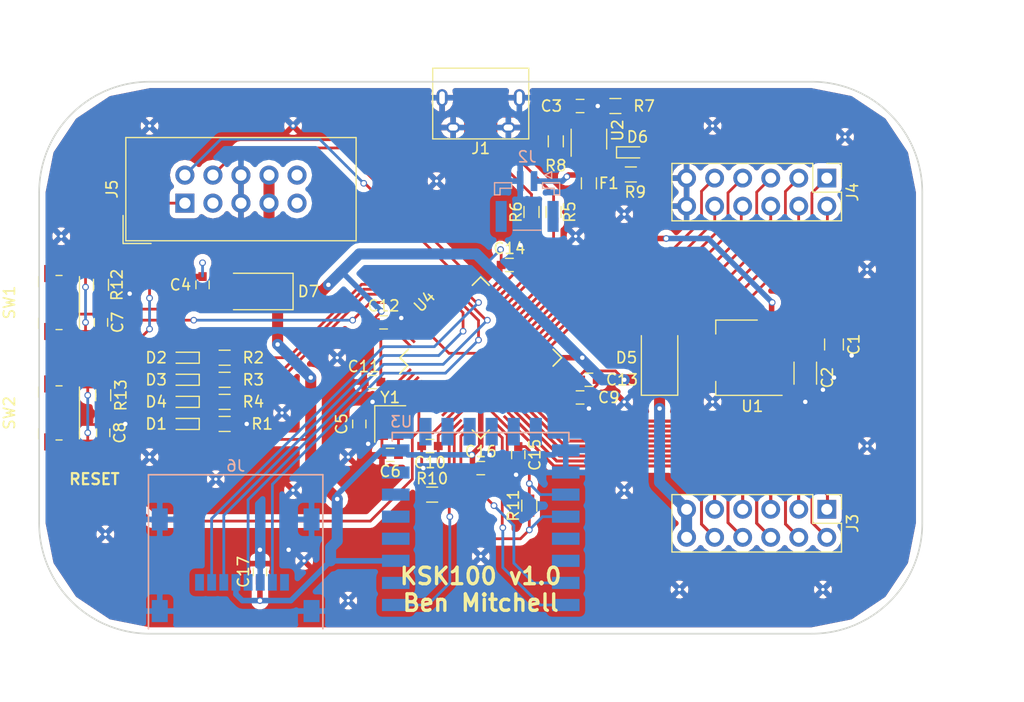
<source format=kicad_pcb>
(kicad_pcb (version 4) (host pcbnew 4.0.7)
  (layers (0 F.Cu signal) (31 B.Cu signal) (34 B.Paste user) (35 F.Paste user) (36 B.SilkS user) (37 F.SilkS user) (38 B.Mask user) (39 F.Mask user) (44 Edge.Cuts user))
  (net 0 "")
  (net 1 "Net-(C1-Pad1)")
  (net 2 GND)
  (net 3 "Net-(C2-Pad1)")
  (net 4 "Net-(C3-Pad1)")
  (net 5 "Net-(C4-Pad1)")
  (net 6 "Net-(C5-Pad1)")
  (net 7 "Net-(C6-Pad1)")
  (net 8 +3V3)
  (net 9 /nRESET)
  (net 10 "Net-(C9-Pad1)")
  (net 11 "Net-(D1-Pad1)")
  (net 12 "Net-(D2-Pad1)")
  (net 13 "Net-(D3-Pad1)")
  (net 14 "Net-(D4-Pad1)")
  (net 15 "Net-(D6-Pad2)")
  (net 16 "Net-(D6-Pad1)")
  (net 17 +BATT)
  (net 18 "Net-(J1-Pad2)")
  (net 19 "Net-(J1-Pad3)")
  (net 20 /PA4)
  (net 21 /PA6)
  (net 22 /PC4)
  (net 23 /PB0)
  (net 24 /PB2)
  (net 25 /PB10)
  (net 26 /PB1)
  (net 27 /PC5)
  (net 28 /PA7)
  (net 29 /PA5)
  (net 30 /PB12)
  (net 31 /PB14)
  (net 32 /PC6)
  (net 33 /PC8)
  (net 34 /PA8)
  (net 35 /PA9)
  (net 36 /PC9)
  (net 37 /PC7)
  (net 38 /PB15)
  (net 39 /PB13)
  (net 40 /PA14)
  (net 41 /PA13)
  (net 42 /PB3)
  (net 43 /GREEN)
  (net 44 /BLUE)
  (net 45 /PA11)
  (net 46 /PA12)
  (net 47 "Net-(R7-Pad1)")
  (net 48 "Net-(R8-Pad2)")
  (net 49 /ESP_nRST)
  (net 50 /ESP_nPROG)
  (net 51 /PA2)
  (net 52 /PA3)
  (net 53 /PC12)
  (net 54 /PC10)
  (net 55 /PC11)
  (net 56 /PA15)
  (net 57 /BOOT)
  (module VIA (layer F.Cu) (at 74 93.4)
    (fp_text reference REF** hide)
    (fp_text value VIA hide)
    (pad 1 thru_hole circle (at 0 0) (size 0.6 0.6) (drill 0.3) (layers *.Cu) (net 2 GND))
  )
  (module VIA (layer F.Cu) (at 98.6 64)
    (fp_text reference REF** hide)
    (fp_text value VIA hide)
    (pad 1 thru_hole circle (at 0 0) (size 0.6 0.6) (drill 0.3) (layers *.Cu) (net 2 GND))
  )
  (module VIA (layer F.Cu) (at 123 55)
    (fp_text reference REF** hide)
    (fp_text value VIA hide)
    (pad 1 thru_hole circle (at 0 0) (size 0.6 0.6) (drill 0.3) (layers *.Cu) (net 2 GND))
  )
  (module VIA (layer F.Cu) (at 125 67)
    (fp_text reference REF** hide)
    (fp_text value VIA hide)
    (pad 1 thru_hole circle (at 0 0) (size 0.6 0.6) (drill 0.3) (layers *.Cu) (net 2 GND))
  )
  (module VIA (layer F.Cu) (at 111 54)
    (fp_text reference REF** hide)
    (fp_text value VIA hide)
    (pad 1 thru_hole circle (at 0 0) (size 0.6 0.6) (drill 0.3) (layers *.Cu) (net 2 GND))
  )
  (module VIA (layer F.Cu) (at 103 62)
    (fp_text reference REF** hide)
    (fp_text value VIA hide)
    (pad 1 thru_hole circle (at 0 0) (size 0.6 0.6) (drill 0.3) (layers *.Cu) (net 2 GND))
  )
  (module VIA (layer F.Cu) (at 125 83)
    (fp_text reference REF** hide)
    (fp_text value VIA hide)
    (pad 1 thru_hole circle (at 0 0) (size 0.6 0.6) (drill 0.3) (layers *.Cu) (net 2 GND))
  )
  (module VIA (layer F.Cu) (at 121 96)
    (fp_text reference REF** hide)
    (fp_text value VIA hide)
    (pad 1 thru_hole circle (at 0 0) (size 0.6 0.6) (drill 0.3) (layers *.Cu) (net 2 GND))
  )
  (module VIA (layer F.Cu) (at 103 79)
    (fp_text reference REF** hide)
    (fp_text value VIA hide)
    (pad 1 thru_hole circle (at 0 0) (size 0.6 0.6) (drill 0.3) (layers *.Cu) (net 2 GND))
  )
  (module VIA (layer F.Cu) (at 111 79)
    (fp_text reference REF** hide)
    (fp_text value VIA hide)
    (pad 1 thru_hole circle (at 0 0) (size 0.6 0.6) (drill 0.3) (layers *.Cu) (net 2 GND))
  )
  (module VIA (layer F.Cu) (at 108 96)
    (fp_text reference REF** hide)
    (fp_text value VIA hide)
    (pad 1 thru_hole circle (at 0 0) (size 0.6 0.6) (drill 0.3) (layers *.Cu) (net 2 GND))
  )
  (module VIA (layer F.Cu) (at 103 87)
    (fp_text reference REF** hide)
    (fp_text value VIA hide)
    (pad 1 thru_hole circle (at 0 0) (size 0.6 0.6) (drill 0.3) (layers *.Cu) (net 2 GND))
  )
  (module VIA (layer F.Cu) (at 90 93)
    (fp_text reference REF** hide)
    (fp_text value VIA hide)
    (pad 1 thru_hole circle (at 0 0) (size 0.6 0.6) (drill 0.3) (layers *.Cu) (net 2 GND))
  )
  (module VIA (layer F.Cu) (at 56 91)
    (fp_text reference REF** hide)
    (fp_text value VIA hide)
    (pad 1 thru_hole circle (at 0 0) (size 0.6 0.6) (drill 0.3) (layers *.Cu) (net 2 GND))
  )
  (module VIA (layer F.Cu) (at 78 97)
    (fp_text reference REF** hide)
    (fp_text value VIA hide)
    (pad 1 thru_hole circle (at 0 0) (size 0.6 0.6) (drill 0.3) (layers *.Cu) (net 2 GND))
  )
  (module VIA (layer F.Cu) (at 78 84)
    (fp_text reference REF** hide)
    (fp_text value VIA hide)
    (pad 1 thru_hole circle (at 0 0) (size 0.6 0.6) (drill 0.3) (layers *.Cu) (net 2 GND))
  )
  (module VIA (layer F.Cu) (at 73 87)
    (fp_text reference REF** hide)
    (fp_text value VIA hide)
    (pad 1 thru_hole circle (at 0 0) (size 0.6 0.6) (drill 0.3) (layers *.Cu) (net 2 GND))
  )
  (module VIA (layer F.Cu) (at 60 84)
    (fp_text reference REF** hide)
    (fp_text value VIA hide)
    (pad 1 thru_hole circle (at 0 0) (size 0.6 0.6) (drill 0.3) (layers *.Cu) (net 2 GND))
  )
  (module VIA (layer F.Cu) (at 66 86)
    (fp_text reference REF** hide)
    (fp_text value VIA hide)
    (pad 1 thru_hole circle (at 0 0) (size 0.6 0.6) (drill 0.3) (layers *.Cu) (net 2 GND))
  )
  (module VIA (layer F.Cu) (at 72 80)
    (fp_text reference REF** hide)
    (fp_text value VIA hide)
    (pad 1 thru_hole circle (at 0 0) (size 0.6 0.6) (drill 0.3) (layers *.Cu) (net 2 GND))
  )
  (module VIA (layer F.Cu) (at 77 75)
    (fp_text reference REF** hide)
    (fp_text value VIA hide)
    (pad 1 thru_hole circle (at 0 0) (size 0.6 0.6) (drill 0.3) (layers *.Cu) (net 2 GND))
  )
  (module VIA (layer F.Cu) (at 86 59)
    (fp_text reference REF** hide)
    (fp_text value VIA hide)
    (pad 1 thru_hole circle (at 0 0) (size 0.6 0.6) (drill 0.3) (layers *.Cu) (net 2 GND))
  )
  (module VIA (layer F.Cu) (at 73 54)
    (fp_text reference REF** hide)
    (fp_text value VIA hide)
    (pad 1 thru_hole circle (at 0 0) (size 0.6 0.6) (drill 0.3) (layers *.Cu) (net 2 GND))
  )
  (module VIA (layer F.Cu) (at 60 54)
    (fp_text reference REF** hide)
    (fp_text value VIA hide)
    (pad 1 thru_hole circle (at 0 0) (size 0.6 0.6) (drill 0.3) (layers *.Cu) (net 2 GND))
  )
  (module VIA (layer F.Cu) (at 52 64)
    (fp_text reference REF** hide)
    (fp_text value VIA hide)
    (pad 1 thru_hole circle (at 0 0) (size 0.6 0.6) (drill 0.3) (layers *.Cu) (net 2 GND))
  )
  (module esp8266:ESP-12E_SMD (layer B.Cu) (at 83 97.4)
    (fp_text reference U3 (at -0.2 -16.6) (layer B.SilkS) (effects (justify mirror)))
    (fp_text value ESP-12F hide)
    (pad 1 smd rect (at 0 0) (size 2.5 1.1) (drill (offset -0.7 0)) (layers B.Cu B.Paste B.Mask) (net 49 /ESP_nRST))
    (pad 2 smd rect (at 0 -2) (size 2.5 1.1) (drill (offset -0.7 0)) (layers B.Cu B.Paste B.Mask))
    (pad 3 smd rect (at 0 -4) (size 2.5 1.1) (drill (offset -0.7 0)) (layers B.Cu B.Paste B.Mask) (net 8 +3V3))
    (pad 4 smd rect (at 0 -6) (size 2.5 1.1) (drill (offset -0.7 0)) (layers B.Cu B.Paste B.Mask))
    (pad 5 smd rect (at 0 -8) (size 2.5 1.1) (drill (offset -0.7 0)) (layers B.Cu B.Paste B.Mask))
    (pad 6 smd rect (at 0 -10) (size 2.5 1.1) (drill (offset -0.7 0)) (layers B.Cu B.Paste B.Mask))
    (pad 7 smd rect (at 0 -12) (size 2.5 1.1) (drill (offset -0.7 0)) (layers B.Cu B.Paste B.Mask))
    (pad 8 smd rect (at 0 -14) (size 2.5 1.1) (drill (offset -0.7 0)) (layers B.Cu B.Paste B.Mask) (net 8 +3V3))
    (pad 9 smd rect (at 14 -14) (size 2.5 1.1) (drill (offset 0.7 0)) (layers B.Cu B.Paste B.Mask) (net 2 GND))
    (pad 10 smd rect (at 14 -12) (size 2.5 1.1) (drill (offset 0.7 0)) (layers B.Cu B.Paste B.Mask) (net 2 GND))
    (pad 11 smd rect (at 14 -10) (size 2.5 1.1) (drill (offset 0.7 0)) (layers B.Cu B.Paste B.Mask) (net 8 +3V3))
    (pad 12 smd rect (at 14 -8) (size 2.5 1.1) (drill (offset 0.7 0)) (layers B.Cu B.Paste B.Mask) (net 50 /ESP_nPROG))
    (pad 13 smd rect (at 14 -6) (size 2.5 1.1) (drill (offset 0.7 0)) (layers B.Cu B.Paste B.Mask))
    (pad 14 smd rect (at 14 -4) (size 2.5 1.1) (drill (offset 0.7 0)) (layers B.Cu B.Paste B.Mask))
    (pad 15 smd rect (at 14 -2) (size 2.5 1.1) (drill (offset 0.7 0)) (layers B.Cu B.Paste B.Mask) (net 51 /PA2))
    (pad 16 smd rect (at 14 0) (size 2.5 1.1) (drill (offset 0.7 0)) (layers B.Cu B.Paste B.Mask) (net 52 /PA3))
    (pad 17 smd rect (at 1.99 -15 270) (size 2.5 1.1) (drill (offset -0.7 0)) (layers B.Cu B.Paste B.Mask))
    (pad 18 smd rect (at 3.99 -15 270) (size 2.5 1.1) (drill (offset -0.7 0)) (layers B.Cu B.Paste B.Mask))
    (pad 19 smd rect (at 5.99 -15 270) (size 2.5 1.1) (drill (offset -0.7 0)) (layers B.Cu B.Paste B.Mask))
    (pad 20 smd rect (at 7.99 -15 270) (size 2.5 1.1) (drill (offset -0.7 0)) (layers B.Cu B.Paste B.Mask))
    (pad 21 smd rect (at 9.99 -15 270) (size 2.5 1.1) (drill (offset -0.7 0)) (layers B.Cu B.Paste B.Mask))
    (pad 22 smd rect (at 11.99 -15 270) (size 2.5 1.1) (drill (offset -0.7 0)) (layers B.Cu B.Paste B.Mask))
  )
  (module Connectors_Card:MicroSd_Wurth_693072010801 (layer B.Cu) (at 67.8 93.8 180)
    (fp_text reference J6 (at 0 9 180) (layer B.SilkS) (effects (justify mirror)))
    (fp_text value Micro_SD_Card)
    (pad 1 smd rect (at 3.275 -1.55 180) (size 0.8 1.5) (layers B.Cu B.Paste B.Mask))
    (pad 2 smd rect (at 2.175 -1.55 180) (size 0.8 1.5) (layers B.Cu B.Paste B.Mask) (net 56 /PA15))
    (pad 3 smd rect (at 1.075 -1.55 180) (size 0.8 1.5) (layers B.Cu B.Paste B.Mask) (net 53 /PC12))
    (pad 4 smd rect (at -0.025 -1.55 180) (size 0.8 1.5) (layers B.Cu B.Paste B.Mask) (net 8 +3V3))
    (pad 5 smd rect (at -1.125 -1.55 180) (size 0.8 1.5) (layers B.Cu B.Paste B.Mask) (net 54 /PC10))
    (pad 6 smd rect (at -2.225 -1.55 180) (size 0.8 1.5) (layers B.Cu B.Paste B.Mask) (net 2 GND))
    (pad 7 smd rect (at -3.325 -1.55 180) (size 0.8 1.5) (layers B.Cu B.Paste B.Mask) (net 55 /PC11))
    (pad 8 smd rect (at -4.425 -1.55 180) (size 0.8 1.5) (layers B.Cu B.Paste B.Mask))
    (pad 9 smd rect (at 6.875 4.15 180) (size 1.45 2) (layers B.Cu B.Paste B.Mask) (net 2 GND))
    (pad 9 smd rect (at 6.875 -4.15 180) (size 1.45 2) (layers B.Cu B.Paste B.Mask) (net 2 GND))
    (pad 9 smd rect (at -6.875 4.15 180) (size 1.45 2) (layers B.Cu B.Paste B.Mask) (net 2 GND))
    (pad 9 smd rect (at -6.875 -4.15 180) (size 1.45 2) (layers B.Cu B.Paste B.Mask) (net 2 GND))
  )
  (module Capacitors_SMD:C_0805 (layer F.Cu) (at 122 73.8 270)
    (fp_text reference C1 (at 0 -1.8 270) (layer F.SilkS))
    (fp_text value 10uF hide)
    (pad 1 smd rect (at -1 0 270) (size 1 1.25) (layers F.Cu F.Paste F.Mask) (net 1 "Net-(C1-Pad1)"))
    (pad 2 smd rect (at 1 0 270) (size 1 1.25) (layers F.Cu F.Paste F.Mask) (net 2 GND))
  )
  (module Capacitors_SMD:C_1206 (layer F.Cu) (at 119.4 76.4 270)
    (fp_text reference C2 (at 0.4 -2 270) (layer F.SilkS))
    (fp_text value 22uF hide)
    (pad 1 smd rect (at -1.5 0 270) (size 1 1.6) (layers F.Cu F.Paste F.Mask) (net 3 "Net-(C2-Pad1)"))
    (pad 2 smd rect (at 1.5 0 270) (size 1 1.6) (layers F.Cu F.Paste F.Mask) (net 2 GND))
  )
  (module Capacitors_SMD:C_0603 (layer F.Cu) (at 99 52.2)
    (fp_text reference C3 (at -2.6 0 180) (layer F.SilkS))
    (fp_text value 1uF hide)
    (pad 2 smd rect (at 0.75 0) (size 0.8 0.75) (layers F.Cu F.Paste F.Mask) (net 2 GND))
    (pad 1 smd rect (at -0.75 0) (size 0.8 0.75) (layers F.Cu F.Paste F.Mask) (net 4 "Net-(C3-Pad1)"))
  )
  (module Capacitors_SMD:C_0603 (layer F.Cu) (at 64.8 68.4 90)
    (fp_text reference C4 (at 0 -2 180) (layer F.SilkS))
    (fp_text value 10uF hide)
    (pad 2 smd rect (at 0.75 0 90) (size 0.8 0.75) (layers F.Cu F.Paste F.Mask) (net 2 GND))
    (pad 1 smd rect (at -0.75 0 90) (size 0.8 0.75) (layers F.Cu F.Paste F.Mask) (net 5 "Net-(C4-Pad1)"))
  )
  (module Capacitors_SMD:C_0603 (layer F.Cu) (at 79 81 270)
    (fp_text reference C5 (at 0 1.6 270) (layer F.SilkS))
    (fp_text value 10pF hide)
    (pad 2 smd rect (at 0.75 0 270) (size 0.8 0.75) (layers F.Cu F.Paste F.Mask) (net 2 GND))
    (pad 1 smd rect (at -0.75 0 270) (size 0.8 0.75) (layers F.Cu F.Paste F.Mask) (net 6 "Net-(C5-Pad1)"))
  )
  (module Capacitors_SMD:C_0603 (layer F.Cu) (at 81.8 83.8 180)
    (fp_text reference C6 (at 0 -1.5 180) (layer F.SilkS))
    (fp_text value 10pF hide)
    (pad 2 smd rect (at 0.75 0 180) (size 0.8 0.75) (layers F.Cu F.Paste F.Mask) (net 2 GND))
    (pad 1 smd rect (at -0.75 0 180) (size 0.8 0.75) (layers F.Cu F.Paste F.Mask) (net 7 "Net-(C6-Pad1)"))
  )
  (module Capacitors_SMD:C_0603 (layer F.Cu) (at 55.6 71.8 270)
    (fp_text reference C7 (at 0 -1.5 270) (layer F.SilkS))
    (fp_text value 100nF hide)
    (pad 2 smd rect (at 0.75 0 270) (size 0.8 0.75) (layers F.Cu F.Paste F.Mask) (net 57 /BOOT))
    (pad 1 smd rect (at -0.75 0 270) (size 0.8 0.75) (layers F.Cu F.Paste F.Mask) (net 8 +3V3))
  )
  (module Capacitors_SMD:C_0603 (layer F.Cu) (at 55.8 81.8 270)
    (fp_text reference C8 (at 0 -1.5 270) (layer F.SilkS))
    (fp_text value 100nF hide)
    (pad 2 smd rect (at 0.75 0 270) (size 0.8 0.75) (layers F.Cu F.Paste F.Mask) (net 9 /nRESET))
    (pad 1 smd rect (at -0.75 0 270) (size 0.8 0.75) (layers F.Cu F.Paste F.Mask) (net 2 GND))
  )
  (module Capacitors_SMD:C_0603 (layer F.Cu) (at 99 78.6)
    (fp_text reference C9 (at 2.6 0) (layer F.SilkS))
    (fp_text value 4.7uF hide)
    (pad 2 smd rect (at 0.75 0) (size 0.8 0.75) (layers F.Cu F.Paste F.Mask) (net 2 GND))
    (pad 1 smd rect (at -0.75 0) (size 0.8 0.75) (layers F.Cu F.Paste F.Mask) (net 10 "Net-(C9-Pad1)"))
  )
  (module Capacitors_SMD:C_0603 (layer F.Cu) (at 85.4 83 180)
    (fp_text reference C10 (at 0 -1.5 180) (layer F.SilkS))
    (fp_text value 1uF hide)
    (pad 2 smd rect (at 0.75 0 180) (size 0.8 0.75) (layers F.Cu F.Paste F.Mask) (net 2 GND))
    (pad 1 smd rect (at -0.75 0 180) (size 0.8 0.75) (layers F.Cu F.Paste F.Mask) (net 8 +3V3))
  )
  (module Capacitors_SMD:C_0603 (layer F.Cu) (at 80.2 77.2 180)
    (fp_text reference C11 (at 0.8 1.4 180) (layer F.SilkS))
    (fp_text value 100nF hide)
    (pad 2 smd rect (at 0.75 0 180) (size 0.8 0.75) (layers F.Cu F.Paste F.Mask) (net 2 GND))
    (pad 1 smd rect (at -0.75 0 180) (size 0.8 0.75) (layers F.Cu F.Paste F.Mask) (net 8 +3V3))
  )
  (module Capacitors_SMD:C_0603 (layer F.Cu) (at 81.2 71.8)
    (fp_text reference C12 (at 0 -1.5) (layer F.SilkS))
    (fp_text value 100nF hide)
    (pad 2 smd rect (at 0.75 0) (size 0.8 0.75) (layers F.Cu F.Paste F.Mask) (net 2 GND))
    (pad 1 smd rect (at -0.75 0) (size 0.8 0.75) (layers F.Cu F.Paste F.Mask) (net 8 +3V3))
  )
  (module Capacitors_SMD:C_0603 (layer F.Cu) (at 99.8 77)
    (fp_text reference C13 (at 3 0) (layer F.SilkS))
    (fp_text value 100nF hide)
    (pad 2 smd rect (at 0.75 0) (size 0.8 0.75) (layers F.Cu F.Paste F.Mask) (net 2 GND))
    (pad 1 smd rect (at -0.75 0) (size 0.8 0.75) (layers F.Cu F.Paste F.Mask) (net 8 +3V3))
  )
  (module Capacitors_SMD:C_0603 (layer F.Cu) (at 92.6 66.6)
    (fp_text reference C14 (at 0 -1.5) (layer F.SilkS))
    (fp_text value 100nF hide)
    (pad 2 smd rect (at 0.75 0) (size 0.8 0.75) (layers F.Cu F.Paste F.Mask) (net 2 GND))
    (pad 1 smd rect (at -0.75 0) (size 0.8 0.75) (layers F.Cu F.Paste F.Mask) (net 8 +3V3))
  )
  (module Capacitors_SMD:C_0603 (layer F.Cu) (at 93.4 83.8 270)
    (fp_text reference C15 (at 0 -1.5 270) (layer F.SilkS))
    (fp_text value 100nF hide)
    (pad 2 smd rect (at 0.75 0 270) (size 0.8 0.75) (layers F.Cu F.Paste F.Mask) (net 2 GND))
    (pad 1 smd rect (at -0.75 0 270) (size 0.8 0.75) (layers F.Cu F.Paste F.Mask) (net 8 +3V3))
  )
  (module LEDs:LED_0603 (layer F.Cu) (at 63.2 81 180)
    (fp_text reference D1 (at 2.6 0 180) (layer F.SilkS))
    (fp_text value POWER hide)
    (pad 2 smd rect (at 0.8 0) (size 0.8 0.8) (layers F.Cu F.Paste F.Mask) (net 8 +3V3))
    (pad 1 smd rect (at -0.8 0) (size 0.8 0.8) (layers F.Cu F.Paste F.Mask) (net 11 "Net-(D1-Pad1)"))
  )
  (module LEDs:LED_0603 (layer F.Cu) (at 63.2 75 180)
    (fp_text reference D2 (at 2.6 0 180) (layer F.SilkS))
    (fp_text value RED hide)
    (pad 2 smd rect (at 0.8 0) (size 0.8 0.8) (layers F.Cu F.Paste F.Mask) (net 8 +3V3))
    (pad 1 smd rect (at -0.8 0) (size 0.8 0.8) (layers F.Cu F.Paste F.Mask) (net 12 "Net-(D2-Pad1)"))
  )
  (module LEDs:LED_0603 (layer F.Cu) (at 63.2 77 180)
    (fp_text reference D3 (at 2.6 0 180) (layer F.SilkS))
    (fp_text value GREEN hide)
    (pad 2 smd rect (at 0.8 0) (size 0.8 0.8) (layers F.Cu F.Paste F.Mask) (net 8 +3V3))
    (pad 1 smd rect (at -0.8 0) (size 0.8 0.8) (layers F.Cu F.Paste F.Mask) (net 13 "Net-(D3-Pad1)"))
  )
  (module LEDs:LED_0603 (layer F.Cu) (at 63.2 79 180)
    (fp_text reference D4 (at 2.6 0 180) (layer F.SilkS))
    (fp_text value BLUE hide)
    (pad 2 smd rect (at 0.8 0) (size 0.8 0.8) (layers F.Cu F.Paste F.Mask) (net 8 +3V3))
    (pad 1 smd rect (at -0.8 0) (size 0.8 0.8) (layers F.Cu F.Paste F.Mask) (net 14 "Net-(D4-Pad1)"))
  )
  (module Diodes_SMD:D_SMA (layer F.Cu) (at 106.2 75 90)
    (fp_text reference D5 (at 0 -3 180) (layer F.SilkS))
    (fp_text value 1A hide)
    (pad 1 smd rect (at -2 0 90) (size 2.5 1.8) (layers F.Cu F.Paste F.Mask) (net 8 +3V3))
    (pad 2 smd rect (at 2 0 90) (size 2.5 1.8) (layers F.Cu F.Paste F.Mask) (net 3 "Net-(C2-Pad1)"))
  )
  (module LEDs:LED_0603 (layer F.Cu) (at 103.6 56.4)
    (fp_text reference D6 (at 0.6 -1.4 180) (layer F.SilkS))
    (fp_text value RED hide)
    (pad 2 smd rect (at 0.8 0 180) (size 0.8 0.8) (layers F.Cu F.Paste F.Mask) (net 15 "Net-(D6-Pad2)"))
    (pad 1 smd rect (at -0.8 0 180) (size 0.8 0.8) (layers F.Cu F.Paste F.Mask) (net 16 "Net-(D6-Pad1)"))
  )
  (module Diodes_SMD:D_SMA (layer F.Cu) (at 69.6 69 180)
    (fp_text reference D7 (at -4.8 0 180) (layer F.SilkS))
    (fp_text value 1A hide)
    (pad 1 smd rect (at -2 0 180) (size 2.5 1.8) (layers F.Cu F.Paste F.Mask) (net 8 +3V3))
    (pad 2 smd rect (at 2 0 180) (size 2.5 1.8) (layers F.Cu F.Paste F.Mask) (net 5 "Net-(C4-Pad1)"))
  )
  (module Resistors_SMD:R_0603 (layer F.Cu) (at 99.8 59.2 270)
    (fp_text reference F1 (at 0 -1.8 360) (layer F.SilkS))
    (fp_text value 500mA hide)
    (pad 1 smd rect (at -0.75 0 270) (size 0.5 0.9) (layers F.Cu F.Paste F.Mask) (net 17 +BATT))
    (pad 2 smd rect (at 0.75 0 270) (size 0.5 0.9) (layers F.Cu F.Paste F.Mask) (net 1 "Net-(C1-Pad1)"))
  )
  (module Connectors:USB_Micro-B (layer F.Cu) (at 90 52.8 180)
    (fp_text reference J1 (at 0 -3.24 180) (layer F.SilkS))
    (fp_text value USB_OTG hide)
    (pad 1 smd rect (at -1.3 -1.35 270) (size 1.35 0.4) (layers F.Cu F.Paste F.Mask) (net 4 "Net-(C3-Pad1)"))
    (pad 2 smd rect (at -0.65 -1.35 270) (size 1.35 0.4) (layers F.Cu F.Paste F.Mask) (net 18 "Net-(J1-Pad2)"))
    (pad 3 smd rect (at 0 -1.35 270) (size 1.35 0.4) (layers F.Cu F.Paste F.Mask) (net 19 "Net-(J1-Pad3)"))
    (pad 4 smd rect (at 0.65 -1.35 270) (size 1.35 0.4) (layers F.Cu F.Paste F.Mask))
    (pad 5 smd rect (at 1.3 -1.35 270) (size 1.35 0.4) (layers F.Cu F.Paste F.Mask) (net 2 GND))
    (pad 6 thru_hole oval (at -2.5 -1.35 270) (size 0.95 1.25) (drill oval 0.55 0.85) (layers *.Cu *.Mask) (net 2 GND))
    (pad 6 thru_hole oval (at 2.5 -1.35 270) (size 0.95 1.25) (drill oval 0.55 0.85) (layers *.Cu *.Mask) (net 2 GND))
    (pad 6 thru_hole oval (at -3.5 1.35 270) (size 1.55 1) (drill oval 1.15 0.5) (layers *.Cu *.Mask) (net 2 GND))
    (pad 6 thru_hole oval (at 3.5 1.35 270) (size 1.55 1) (drill oval 1.15 0.5) (layers *.Cu *.Mask) (net 2 GND))
  )
  (module Pin_Headers:Pin_Header_Straight_2x06_Pitch2.54mm (layer F.Cu) (at 121.35 88.73 270)
    (fp_text reference J3 (at 1.27 -2.33 270) (layer F.SilkS))
    (fp_text value Conn_02x06_Odd_Even hide)
    (pad 1 thru_hole rect (at 0 0 270) (size 1.7 1.7) (drill 1) (layers *.Cu *.Mask) (net 25 /PB10))
    (pad 2 thru_hole oval (at 2.54 0 270) (size 1.7 1.7) (drill 1) (layers *.Cu *.Mask) (net 24 /PB2))
    (pad 3 thru_hole oval (at 0 2.54 270) (size 1.7 1.7) (drill 1) (layers *.Cu *.Mask) (net 26 /PB1))
    (pad 4 thru_hole oval (at 2.54 2.54 270) (size 1.7 1.7) (drill 1) (layers *.Cu *.Mask) (net 23 /PB0))
    (pad 5 thru_hole oval (at 0 5.08 270) (size 1.7 1.7) (drill 1) (layers *.Cu *.Mask) (net 27 /PC5))
    (pad 6 thru_hole oval (at 2.54 5.08 270) (size 1.7 1.7) (drill 1) (layers *.Cu *.Mask) (net 22 /PC4))
    (pad 7 thru_hole oval (at 0 7.62 270) (size 1.7 1.7) (drill 1) (layers *.Cu *.Mask) (net 28 /PA7))
    (pad 8 thru_hole oval (at 2.54 7.62 270) (size 1.7 1.7) (drill 1) (layers *.Cu *.Mask) (net 21 /PA6))
    (pad 9 thru_hole oval (at 0 10.16 270) (size 1.7 1.7) (drill 1) (layers *.Cu *.Mask) (net 29 /PA5))
    (pad 10 thru_hole oval (at 2.54 10.16 270) (size 1.7 1.7) (drill 1) (layers *.Cu *.Mask) (net 20 /PA4))
    (pad 11 thru_hole oval (at 0 12.7 270) (size 1.7 1.7) (drill 1) (layers *.Cu *.Mask) (net 8 +3V3))
    (pad 12 thru_hole oval (at 2.54 12.7 270) (size 1.7 1.7) (drill 1) (layers *.Cu *.Mask) (net 8 +3V3))
  )
  (module Pin_Headers:Pin_Header_Straight_2x06_Pitch2.54mm (layer F.Cu) (at 121.35 58.73 270)
    (fp_text reference J4 (at 1.27 -2.33 270) (layer F.SilkS))
    (fp_text value Conn_02x06_Odd_Even hide)
    (pad 1 thru_hole rect (at 0 0 270) (size 1.7 1.7) (drill 1) (layers *.Cu *.Mask) (net 39 /PB13))
    (pad 2 thru_hole oval (at 2.54 0 270) (size 1.7 1.7) (drill 1) (layers *.Cu *.Mask) (net 30 /PB12))
    (pad 3 thru_hole oval (at 0 2.54 270) (size 1.7 1.7) (drill 1) (layers *.Cu *.Mask) (net 38 /PB15))
    (pad 4 thru_hole oval (at 2.54 2.54 270) (size 1.7 1.7) (drill 1) (layers *.Cu *.Mask) (net 31 /PB14))
    (pad 5 thru_hole oval (at 0 5.08 270) (size 1.7 1.7) (drill 1) (layers *.Cu *.Mask) (net 37 /PC7))
    (pad 6 thru_hole oval (at 2.54 5.08 270) (size 1.7 1.7) (drill 1) (layers *.Cu *.Mask) (net 32 /PC6))
    (pad 7 thru_hole oval (at 0 7.62 270) (size 1.7 1.7) (drill 1) (layers *.Cu *.Mask) (net 36 /PC9))
    (pad 8 thru_hole oval (at 2.54 7.62 270) (size 1.7 1.7) (drill 1) (layers *.Cu *.Mask) (net 33 /PC8))
    (pad 9 thru_hole oval (at 0 10.16 270) (size 1.7 1.7) (drill 1) (layers *.Cu *.Mask) (net 35 /PA9))
    (pad 10 thru_hole oval (at 2.54 10.16 270) (size 1.7 1.7) (drill 1) (layers *.Cu *.Mask) (net 34 /PA8))
    (pad 11 thru_hole oval (at 0 12.7 270) (size 1.7 1.7) (drill 1) (layers *.Cu *.Mask) (net 2 GND))
    (pad 12 thru_hole oval (at 2.54 12.7 270) (size 1.7 1.7) (drill 1) (layers *.Cu *.Mask) (net 2 GND))
  )
  (module Resistors_SMD:R_0603 (layer F.Cu) (at 66.8 81 180)
    (fp_text reference R1 (at -3.4 0 180) (layer F.SilkS))
    (fp_text value 800 hide)
    (pad 1 smd rect (at -0.75 0 180) (size 0.5 0.9) (layers F.Cu F.Paste F.Mask) (net 2 GND))
    (pad 2 smd rect (at 0.75 0 180) (size 0.5 0.9) (layers F.Cu F.Paste F.Mask) (net 11 "Net-(D1-Pad1)"))
  )
  (module Resistors_SMD:R_0603 (layer F.Cu) (at 66.8 75 180)
    (fp_text reference R2 (at -2.6 0 180) (layer F.SilkS))
    (fp_text value 1k5 hide)
    (pad 1 smd rect (at -0.75 0 180) (size 0.5 0.9) (layers F.Cu F.Paste F.Mask) (net 42 /PB3))
    (pad 2 smd rect (at 0.75 0 180) (size 0.5 0.9) (layers F.Cu F.Paste F.Mask) (net 12 "Net-(D2-Pad1)"))
  )
  (module Resistors_SMD:R_0603 (layer F.Cu) (at 66.8 77 180)
    (fp_text reference R3 (at -2.6 0 180) (layer F.SilkS))
    (fp_text value 800 hide)
    (pad 1 smd rect (at -0.75 0 180) (size 0.5 0.9) (layers F.Cu F.Paste F.Mask) (net 43 /GREEN))
    (pad 2 smd rect (at 0.75 0 180) (size 0.5 0.9) (layers F.Cu F.Paste F.Mask) (net 13 "Net-(D3-Pad1)"))
  )
  (module Resistors_SMD:R_0603 (layer F.Cu) (at 66.8 79 180)
    (fp_text reference R4 (at -2.6 0 180) (layer F.SilkS))
    (fp_text value 400 hide)
    (pad 1 smd rect (at -0.75 0 180) (size 0.5 0.9) (layers F.Cu F.Paste F.Mask) (net 44 /BLUE))
    (pad 2 smd rect (at 0.75 0 180) (size 0.5 0.9) (layers F.Cu F.Paste F.Mask) (net 14 "Net-(D4-Pad1)"))
  )
  (module Resistors_SMD:R_0603 (layer F.Cu) (at 96.6 61.8 270)
    (fp_text reference R5 (at 0 -1.45 270) (layer F.SilkS))
    (fp_text value 27 hide)
    (pad 1 smd rect (at -0.75 0 270) (size 0.5 0.9) (layers F.Cu F.Paste F.Mask) (net 18 "Net-(J1-Pad2)"))
    (pad 2 smd rect (at 0.75 0 270) (size 0.5 0.9) (layers F.Cu F.Paste F.Mask) (net 45 /PA11))
  )
  (module Resistors_SMD:R_0603 (layer F.Cu) (at 94.6 61.8 270)
    (fp_text reference R6 (at 0 1.4 270) (layer F.SilkS))
    (fp_text value 27 hide)
    (pad 1 smd rect (at -0.75 0 270) (size 0.5 0.9) (layers F.Cu F.Paste F.Mask) (net 19 "Net-(J1-Pad3)"))
    (pad 2 smd rect (at 0.75 0 270) (size 0.5 0.9) (layers F.Cu F.Paste F.Mask) (net 46 /PA12))
  )
  (module Resistors_SMD:R_0603 (layer F.Cu) (at 102.2 52.2 180)
    (fp_text reference R7 (at -2.6 0 180) (layer F.SilkS))
    (fp_text value 1k hide)
    (pad 1 smd rect (at -0.75 0 180) (size 0.5 0.9) (layers F.Cu F.Paste F.Mask) (net 47 "Net-(R7-Pad1)"))
    (pad 2 smd rect (at 0.75 0 180) (size 0.5 0.9) (layers F.Cu F.Paste F.Mask) (net 2 GND))
  )
  (module Resistors_SMD:R_0603 (layer F.Cu) (at 96.8 55.4 270)
    (fp_text reference R8 (at 2.2 0 360) (layer F.SilkS))
    (fp_text value 10k hide)
    (pad 1 smd rect (at -0.75 0 270) (size 0.5 0.9) (layers F.Cu F.Paste F.Mask) (net 2 GND))
    (pad 2 smd rect (at 0.75 0 270) (size 0.5 0.9) (layers F.Cu F.Paste F.Mask) (net 48 "Net-(R8-Pad2)"))
  )
  (module Resistors_SMD:R_0603 (layer F.Cu) (at 103.6 58.4)
    (fp_text reference R9 (at 0.4 1.6) (layer F.SilkS))
    (fp_text value 3k3 hide)
    (pad 1 smd rect (at -0.75 0) (size 0.5 0.9) (layers F.Cu F.Paste F.Mask) (net 17 +BATT))
    (pad 2 smd rect (at 0.75 0) (size 0.5 0.9) (layers F.Cu F.Paste F.Mask) (net 15 "Net-(D6-Pad2)"))
  )
  (module Resistors_SMD:R_0603 (layer F.Cu) (at 85.6 87.4)
    (fp_text reference R10 (at 0 -1.45) (layer F.SilkS))
    (fp_text value 10k hide)
    (pad 1 smd rect (at -0.75 0) (size 0.5 0.9) (layers F.Cu F.Paste F.Mask) (net 8 +3V3))
    (pad 2 smd rect (at 0.75 0) (size 0.5 0.9) (layers F.Cu F.Paste F.Mask) (net 49 /ESP_nRST))
  )
  (module Resistors_SMD:R_0603 (layer F.Cu) (at 94.4 88.4 90)
    (fp_text reference R11 (at 0 -1.45 90) (layer F.SilkS))
    (fp_text value 10k hide)
    (pad 1 smd rect (at -0.75 0 90) (size 0.5 0.9) (layers F.Cu F.Paste F.Mask) (net 50 /ESP_nPROG))
    (pad 2 smd rect (at 0.75 0 90) (size 0.5 0.9) (layers F.Cu F.Paste F.Mask) (net 8 +3V3))
  )
  (module Resistors_SMD:R_0603 (layer F.Cu) (at 55.6 68.4 270)
    (fp_text reference R12 (at 0 -1.45 270) (layer F.SilkS))
    (fp_text value 10k hide)
    (pad 1 smd rect (at -0.75 0 270) (size 0.5 0.9) (layers F.Cu F.Paste F.Mask) (net 57 /BOOT))
    (pad 2 smd rect (at 0.75 0 270) (size 0.5 0.9) (layers F.Cu F.Paste F.Mask) (net 2 GND))
  )
  (module Resistors_SMD:R_0603 (layer F.Cu) (at 55.8 78.4 90)
    (fp_text reference R13 (at 0 1.6 90) (layer F.SilkS))
    (fp_text value 10k hide)
    (pad 1 smd rect (at -0.75 0 90) (size 0.5 0.9) (layers F.Cu F.Paste F.Mask) (net 8 +3V3))
    (pad 2 smd rect (at 0.75 0 90) (size 0.5 0.9) (layers F.Cu F.Paste F.Mask) (net 9 /nRESET))
  )
  (module Buttons_Switches_SMD:Panasonic_EVQPUJ_EVQPUA (layer F.Cu) (at 51.8 70 90)
    (fp_text reference SW1 (at 0 -4.5 90) (layer F.SilkS))
    (fp_text value BOOT hide)
    (pad 2 smd rect (at 2.625 0.85 270) (size 1.55 1) (layers F.Cu F.Paste F.Mask) (net 57 /BOOT))
    (pad 2 smd rect (at -2.625 0.85 270) (size 1.55 1) (layers F.Cu F.Paste F.Mask) (net 57 /BOOT))
    (pad 1 smd rect (at -2.625 -0.85 270) (size 1.55 1) (layers F.Cu F.Paste F.Mask) (net 8 +3V3))
    (pad 1 smd rect (at 2.625 -0.85 270) (size 1.55 1) (layers F.Cu F.Paste F.Mask) (net 8 +3V3))
  )
  (module Buttons_Switches_SMD:Panasonic_EVQPUJ_EVQPUA (layer F.Cu) (at 51.8 80 90)
    (fp_text reference SW2 (at 0 -4.5 90) (layer F.SilkS))
    (fp_text value RESET hide)
    (pad 2 smd rect (at 2.625 0.85 270) (size 1.55 1) (layers F.Cu F.Paste F.Mask) (net 9 /nRESET))
    (pad 2 smd rect (at -2.625 0.85 270) (size 1.55 1) (layers F.Cu F.Paste F.Mask) (net 9 /nRESET))
    (pad 1 smd rect (at -2.625 -0.85 270) (size 1.55 1) (layers F.Cu F.Paste F.Mask) (net 2 GND))
    (pad 1 smd rect (at 2.625 -0.85 270) (size 1.55 1) (layers F.Cu F.Paste F.Mask) (net 2 GND))
  )
  (module TO_SOT_Packages_SMD:SOT-223-3_TabPin2 (layer F.Cu) (at 113.2 75 180)
    (fp_text reference U1 (at -1.4 -4.4 360) (layer F.SilkS))
    (fp_text value LT1117-3.3 hide)
    (pad 2 smd rect (at 3.15 0 180) (size 2 3.8) (layers F.Cu F.Paste F.Mask) (net 3 "Net-(C2-Pad1)"))
    (pad 2 smd rect (at -3.15 0 180) (size 2 1.5) (layers F.Cu F.Paste F.Mask) (net 3 "Net-(C2-Pad1)"))
    (pad 3 smd rect (at -3.15 2.3 180) (size 2 1.5) (layers F.Cu F.Paste F.Mask) (net 1 "Net-(C1-Pad1)"))
    (pad 1 smd rect (at -3.15 -2.3 180) (size 2 1.5) (layers F.Cu F.Paste F.Mask) (net 2 GND))
  )
  (module TO_SOT_Packages_SMD:SOT-23-6 (layer F.Cu) (at 99.8 55.2 90)
    (fp_text reference U2 (at 0.8 2.6 90) (layer F.SilkS))
    (fp_text value BQ21040 hide)
    (pad 1 smd rect (at -1.1 -0.95 90) (size 1.06 0.65) (layers F.Cu F.Paste F.Mask) (net 48 "Net-(R8-Pad2)"))
    (pad 2 smd rect (at -1.1 0 90) (size 1.06 0.65) (layers F.Cu F.Paste F.Mask) (net 17 +BATT))
    (pad 3 smd rect (at -1.1 0.95 90) (size 1.06 0.65) (layers F.Cu F.Paste F.Mask) (net 16 "Net-(D6-Pad1)"))
    (pad 4 smd rect (at 1.1 0.95 90) (size 1.06 0.65) (layers F.Cu F.Paste F.Mask) (net 47 "Net-(R7-Pad1)"))
    (pad 6 smd rect (at 1.1 -0.95 90) (size 1.06 0.65) (layers F.Cu F.Paste F.Mask) (net 4 "Net-(C3-Pad1)"))
    (pad 5 smd rect (at 1.1 0 90) (size 1.06 0.65) (layers F.Cu F.Paste F.Mask) (net 2 GND))
  )
  (module Housings_QFP:LQFP-64_10x10mm_Pitch0.5mm (layer F.Cu) (at 90 75 45)
    (fp_text reference U4 (at 0 -7.2 45) (layer F.SilkS))
    (fp_text value STM32F411RETx hide)
    (pad 1 smd rect (at -5.7 -3.75 45) (size 1 0.25) (layers F.Cu F.Paste F.Mask) (net 8 +3V3))
    (pad 2 smd rect (at -5.7 -3.25 45) (size 1 0.25) (layers F.Cu F.Paste F.Mask))
    (pad 3 smd rect (at -5.7 -2.75 45) (size 1 0.25) (layers F.Cu F.Paste F.Mask))
    (pad 4 smd rect (at -5.7 -2.25 45) (size 1 0.25) (layers F.Cu F.Paste F.Mask))
    (pad 5 smd rect (at -5.7 -1.75 45) (size 1 0.25) (layers F.Cu F.Paste F.Mask) (net 6 "Net-(C5-Pad1)"))
    (pad 6 smd rect (at -5.7 -1.25 45) (size 1 0.25) (layers F.Cu F.Paste F.Mask) (net 7 "Net-(C6-Pad1)"))
    (pad 7 smd rect (at -5.7 -0.75 45) (size 1 0.25) (layers F.Cu F.Paste F.Mask) (net 9 /nRESET))
    (pad 8 smd rect (at -5.7 -0.25 45) (size 1 0.25) (layers F.Cu F.Paste F.Mask))
    (pad 9 smd rect (at -5.7 0.25 45) (size 1 0.25) (layers F.Cu F.Paste F.Mask))
    (pad 10 smd rect (at -5.7 0.75 45) (size 1 0.25) (layers F.Cu F.Paste F.Mask))
    (pad 11 smd rect (at -5.7 1.25 45) (size 1 0.25) (layers F.Cu F.Paste F.Mask))
    (pad 12 smd rect (at -5.7 1.75 45) (size 1 0.25) (layers F.Cu F.Paste F.Mask) (net 2 GND))
    (pad 13 smd rect (at -5.7 2.25 45) (size 1 0.25) (layers F.Cu F.Paste F.Mask) (net 8 +3V3))
    (pad 14 smd rect (at -5.7 2.75 45) (size 1 0.25) (layers F.Cu F.Paste F.Mask) (net 49 /ESP_nRST))
    (pad 15 smd rect (at -5.7 3.25 45) (size 1 0.25) (layers F.Cu F.Paste F.Mask) (net 50 /ESP_nPROG))
    (pad 16 smd rect (at -5.7 3.75 45) (size 1 0.25) (layers F.Cu F.Paste F.Mask) (net 51 /PA2))
    (pad 17 smd rect (at -3.75 5.7 135) (size 1 0.25) (layers F.Cu F.Paste F.Mask) (net 52 /PA3))
    (pad 18 smd rect (at -3.25 5.7 135) (size 1 0.25) (layers F.Cu F.Paste F.Mask) (net 2 GND))
    (pad 19 smd rect (at -2.75 5.7 135) (size 1 0.25) (layers F.Cu F.Paste F.Mask) (net 8 +3V3))
    (pad 20 smd rect (at -2.25 5.7 135) (size 1 0.25) (layers F.Cu F.Paste F.Mask) (net 20 /PA4))
    (pad 21 smd rect (at -1.75 5.7 135) (size 1 0.25) (layers F.Cu F.Paste F.Mask) (net 29 /PA5))
    (pad 22 smd rect (at -1.25 5.7 135) (size 1 0.25) (layers F.Cu F.Paste F.Mask) (net 21 /PA6))
    (pad 23 smd rect (at -0.75 5.7 135) (size 1 0.25) (layers F.Cu F.Paste F.Mask) (net 28 /PA7))
    (pad 24 smd rect (at -0.25 5.7 135) (size 1 0.25) (layers F.Cu F.Paste F.Mask) (net 22 /PC4))
    (pad 25 smd rect (at 0.25 5.7 135) (size 1 0.25) (layers F.Cu F.Paste F.Mask) (net 27 /PC5))
    (pad 26 smd rect (at 0.75 5.7 135) (size 1 0.25) (layers F.Cu F.Paste F.Mask) (net 23 /PB0))
    (pad 27 smd rect (at 1.25 5.7 135) (size 1 0.25) (layers F.Cu F.Paste F.Mask) (net 26 /PB1))
    (pad 28 smd rect (at 1.75 5.7 135) (size 1 0.25) (layers F.Cu F.Paste F.Mask) (net 24 /PB2))
    (pad 29 smd rect (at 2.25 5.7 135) (size 1 0.25) (layers F.Cu F.Paste F.Mask) (net 25 /PB10))
    (pad 30 smd rect (at 2.75 5.7 135) (size 1 0.25) (layers F.Cu F.Paste F.Mask) (net 10 "Net-(C9-Pad1)"))
    (pad 31 smd rect (at 3.25 5.7 135) (size 1 0.25) (layers F.Cu F.Paste F.Mask) (net 2 GND))
    (pad 32 smd rect (at 3.75 5.7 135) (size 1 0.25) (layers F.Cu F.Paste F.Mask) (net 8 +3V3))
    (pad 33 smd rect (at 5.7 3.75 45) (size 1 0.25) (layers F.Cu F.Paste F.Mask) (net 30 /PB12))
    (pad 34 smd rect (at 5.7 3.25 45) (size 1 0.25) (layers F.Cu F.Paste F.Mask) (net 39 /PB13))
    (pad 35 smd rect (at 5.7 2.75 45) (size 1 0.25) (layers F.Cu F.Paste F.Mask) (net 31 /PB14))
    (pad 36 smd rect (at 5.7 2.25 45) (size 1 0.25) (layers F.Cu F.Paste F.Mask) (net 38 /PB15))
    (pad 37 smd rect (at 5.7 1.75 45) (size 1 0.25) (layers F.Cu F.Paste F.Mask) (net 32 /PC6))
    (pad 38 smd rect (at 5.7 1.25 45) (size 1 0.25) (layers F.Cu F.Paste F.Mask) (net 37 /PC7))
    (pad 39 smd rect (at 5.7 0.75 45) (size 1 0.25) (layers F.Cu F.Paste F.Mask) (net 33 /PC8))
    (pad 40 smd rect (at 5.7 0.25 45) (size 1 0.25) (layers F.Cu F.Paste F.Mask) (net 36 /PC9))
    (pad 41 smd rect (at 5.7 -0.25 45) (size 1 0.25) (layers F.Cu F.Paste F.Mask) (net 34 /PA8))
    (pad 42 smd rect (at 5.7 -0.75 45) (size 1 0.25) (layers F.Cu F.Paste F.Mask) (net 35 /PA9))
    (pad 43 smd rect (at 5.7 -1.25 45) (size 1 0.25) (layers F.Cu F.Paste F.Mask) (net 57 /BOOT))
    (pad 44 smd rect (at 5.7 -1.75 45) (size 1 0.25) (layers F.Cu F.Paste F.Mask) (net 45 /PA11))
    (pad 45 smd rect (at 5.7 -2.25 45) (size 1 0.25) (layers F.Cu F.Paste F.Mask) (net 46 /PA12))
    (pad 46 smd rect (at 5.7 -2.75 45) (size 1 0.25) (layers F.Cu F.Paste F.Mask) (net 41 /PA13))
    (pad 47 smd rect (at 5.7 -3.25 45) (size 1 0.25) (layers F.Cu F.Paste F.Mask) (net 2 GND))
    (pad 48 smd rect (at 5.7 -3.75 45) (size 1 0.25) (layers F.Cu F.Paste F.Mask) (net 8 +3V3))
    (pad 49 smd rect (at 3.75 -5.7 135) (size 1 0.25) (layers F.Cu F.Paste F.Mask) (net 40 /PA14))
    (pad 50 smd rect (at 3.25 -5.7 135) (size 1 0.25) (layers F.Cu F.Paste F.Mask) (net 56 /PA15))
    (pad 51 smd rect (at 2.75 -5.7 135) (size 1 0.25) (layers F.Cu F.Paste F.Mask) (net 54 /PC10))
    (pad 52 smd rect (at 2.25 -5.7 135) (size 1 0.25) (layers F.Cu F.Paste F.Mask) (net 55 /PC11))
    (pad 53 smd rect (at 1.75 -5.7 135) (size 1 0.25) (layers F.Cu F.Paste F.Mask) (net 53 /PC12))
    (pad 54 smd rect (at 1.25 -5.7 135) (size 1 0.25) (layers F.Cu F.Paste F.Mask))
    (pad 55 smd rect (at 0.75 -5.7 135) (size 1 0.25) (layers F.Cu F.Paste F.Mask) (net 42 /PB3))
    (pad 56 smd rect (at 0.25 -5.7 135) (size 1 0.25) (layers F.Cu F.Paste F.Mask) (net 43 /GREEN))
    (pad 57 smd rect (at -0.25 -5.7 135) (size 1 0.25) (layers F.Cu F.Paste F.Mask) (net 44 /BLUE))
    (pad 58 smd rect (at -0.75 -5.7 135) (size 1 0.25) (layers F.Cu F.Paste F.Mask))
    (pad 59 smd rect (at -1.25 -5.7 135) (size 1 0.25) (layers F.Cu F.Paste F.Mask))
    (pad 60 smd rect (at -1.75 -5.7 135) (size 1 0.25) (layers F.Cu F.Paste F.Mask) (net 57 /BOOT))
    (pad 61 smd rect (at -2.25 -5.7 135) (size 1 0.25) (layers F.Cu F.Paste F.Mask))
    (pad 62 smd rect (at -2.75 -5.7 135) (size 1 0.25) (layers F.Cu F.Paste F.Mask))
    (pad 63 smd rect (at -3.25 -5.7 135) (size 1 0.25) (layers F.Cu F.Paste F.Mask) (net 2 GND))
    (pad 64 smd rect (at -3.75 -5.7 135) (size 1 0.25) (layers F.Cu F.Paste F.Mask) (net 8 +3V3))
  )
  (module Crystals:Crystal_SMD_2520-4pin_2.5x2.0mm (layer F.Cu) (at 81.8 81 270)
    (fp_text reference Y1 (at -2.4 0 360) (layer F.SilkS))
    (fp_text value 12MHz hide)
    (pad 1 smd rect (at -0.875 0.7 270) (size 1.15 1) (layers F.Cu F.Paste F.Mask) (net 6 "Net-(C5-Pad1)"))
    (pad 2 smd rect (at 0.875 0.7 270) (size 1.15 1) (layers F.Cu F.Paste F.Mask) (net 2 GND))
    (pad 3 smd rect (at 0.875 -0.7 270) (size 1.15 1) (layers F.Cu F.Paste F.Mask) (net 7 "Net-(C6-Pad1)"))
    (pad 4 smd rect (at -0.875 -0.7 270) (size 1.15 1) (layers F.Cu F.Paste F.Mask) (net 2 GND))
  )
  (module Connectors_JST:JST_GH_SM02B-GHS-TB_02x1.25mm_Angled (layer B.Cu) (at 94.2 60.6 180)
    (fp_text reference J2 (at 0 3.8 180) (layer B.SilkS) (effects (justify mirror)))
    (fp_text value Conn_01x02 hide)
    (pad 1 smd rect (at -0.625 1.6 180) (size 0.6 1.8) (layers B.Cu B.Paste B.Mask) (net 17 +BATT))
    (pad 2 smd rect (at 0.625 1.6 180) (size 0.6 1.8) (layers B.Cu B.Paste B.Mask) (net 2 GND))
    (pad "" smd rect (at 2.35 -1.6 180) (size 1 2.8) (layers B.Cu B.Paste B.Mask))
    (pad "" smd rect (at -2.35 -1.6 180) (size 1 2.8) (layers B.Cu B.Paste B.Mask))
  )
  (module Connectors_IDC:IDC-Header_2x05_Pitch2.54mm_Straight (layer F.Cu) (at 63.2 61 90)
    (fp_text reference J5 (at 1.27 -6.604 90) (layer F.SilkS))
    (fp_text value Conn_02x05_Odd_Even hide)
    (pad 1 thru_hole rect (at 0 0 90) (size 1.7272 1.7272) (drill 1.016) (layers *.Cu *.Mask) (net 9 /nRESET))
    (pad 2 thru_hole oval (at 2.54 0 90) (size 1.7272 1.7272) (drill 1.016) (layers *.Cu *.Mask) (net 40 /PA14))
    (pad 3 thru_hole oval (at 0 2.54 90) (size 1.7272 1.7272) (drill 1.016) (layers *.Cu *.Mask))
    (pad 4 thru_hole oval (at 2.54 2.54 90) (size 1.7272 1.7272) (drill 1.016) (layers *.Cu *.Mask) (net 41 /PA13))
    (pad 5 thru_hole oval (at 0 5.08 90) (size 1.7272 1.7272) (drill 1.016) (layers *.Cu *.Mask) (net 2 GND))
    (pad 6 thru_hole oval (at 2.54 5.08 90) (size 1.7272 1.7272) (drill 1.016) (layers *.Cu *.Mask) (net 2 GND))
    (pad 7 thru_hole oval (at 0 7.62 90) (size 1.7272 1.7272) (drill 1.016) (layers *.Cu *.Mask) (net 5 "Net-(C4-Pad1)"))
    (pad 8 thru_hole oval (at 2.54 7.62 90) (size 1.7272 1.7272) (drill 1.016) (layers *.Cu *.Mask) (net 5 "Net-(C4-Pad1)"))
    (pad 9 thru_hole oval (at 0 10.16 90) (size 1.7272 1.7272) (drill 1.016) (layers *.Cu *.Mask))
    (pad 10 thru_hole oval (at 2.54 10.16 90) (size 1.7272 1.7272) (drill 1.016) (layers *.Cu *.Mask))
  )
  (module Capacitors_SMD:C_0603 (layer F.Cu) (at 90 85)
    (fp_text reference C16 (at 0 -1.5) (layer F.SilkS))
    (fp_text value 100nF hide)
    (pad 2 smd rect (at 0.75 0) (size 0.8 0.75) (layers F.Cu F.Paste F.Mask) (net 2 GND))
    (pad 1 smd rect (at -0.75 0) (size 0.8 0.75) (layers F.Cu F.Paste F.Mask) (net 8 +3V3))
  )
  (module Capacitors_SMD:C_0603 (layer F.Cu) (at 70 94.4 90)
    (fp_text reference C17 (at 0 -1.5 90) (layer F.SilkS))
    (fp_text value 100nF hide)
    (pad 2 smd rect (at 0.75 0 90) (size 0.8 0.75) (layers F.Cu F.Paste F.Mask) (net 2 GND))
    (pad 1 smd rect (at -0.75 0 90) (size 0.8 0.75) (layers F.Cu F.Paste F.Mask) (net 8 +3V3))
  )
  (gr_text RESET (at 55 86) (layer F.SilkS) (effects (font (size 1 1) (thickness 0.2))))
  (gr_text "KSK100 v1.0\nBen Mitchell" (at 90 96) (layer F.SilkS) (effects (font (size 1.5 1.5) (thickness 0.3))))
  (gr_arc (start 60 60) (end 50 60) (angle 90) (layer Edge.Cuts) (width 0.15))
  (gr_arc (start 60 90) (end 60 100) (angle 90) (layer Edge.Cuts) (width 0.15))
  (gr_arc (start 120 90) (end 130 90) (angle 90) (layer Edge.Cuts) (width 0.15))
  (gr_arc (start 120 60) (end 120 50) (angle 90) (layer Edge.Cuts) (width 0.15))
  (gr_line (start 50 60) (end 50 90) (angle 90) (layer Edge.Cuts) (width 0.15))
  (gr_line (start 60 100) (end 120 100) (angle 90) (layer Edge.Cuts) (width 0.15))
  (gr_line (start 130 60) (end 130 90) (angle 90) (layer Edge.Cuts) (width 0.15))
  (gr_line (start 60 50) (end 120 50) (angle 90) (layer Edge.Cuts) (width 0.15))
  (segment (start 64.8 67.6) (end 64.8 66.4) (width 0.25) (layer B.Cu) (net 0))
  (via (at 64.8 66.4) (size 0.6) (drill 0.4) (layers F.Cu B.Cu) (net 0))
  (segment (start 116.35 72.7) (end 116.35 70.05) (width 0.5) (layer F.Cu) (net 1))
  (segment (start 99.8 62.2) (end 99.8 59.95) (width 0.5) (layer F.Cu) (net 1))
  (segment (start 101.8 64.2) (end 99.8 62.2) (width 0.5) (layer F.Cu) (net 1))
  (segment (start 106.8 64.2) (end 101.8 64.2) (width 0.5) (layer F.Cu) (net 1))
  (via (at 106.8 64.2) (size 0.6) (drill 0.4) (layers F.Cu B.Cu) (net 1))
  (segment (start 110.6 64.2) (end 106.8 64.2) (width 0.5) (layer B.Cu) (net 1))
  (segment (start 116.4 70) (end 110.6 64.2) (width 0.5) (layer B.Cu) (net 1))
  (via (at 116.4 70) (size 0.6) (drill 0.4) (layers F.Cu B.Cu) (net 1))
  (segment (start 116.35 70.05) (end 116.4 70) (width 0.5) (layer F.Cu) (net 1))
  (segment (start 116.35 72.7) (end 121.9 72.7) (width 0.5) (layer F.Cu) (net 1))
  (segment (start 121.9 72.7) (end 122 72.8) (width 0.5) (layer F.Cu) (net 1))
  (via (at 122 76.8) (size 0.6) (drill 0.4) (layers F.Cu B.Cu) (net 2))
  (via (at 121 77.9) (size 0.6) (drill 0.4) (layers F.Cu B.Cu) (net 2))
  (segment (start 67.55 81) (end 68.8 81) (width 0.25) (layer F.Cu) (net 2))
  (via (at 68.8 81) (size 0.6) (drill 0.4) (layers F.Cu B.Cu) (net 2))
  (segment (start 70 93.65) (end 70 92.4) (width 0.5) (layer F.Cu) (net 2))
  (segment (start 70.025 95.35) (end 70.025 92.425) (width 0.5) (layer B.Cu) (net 2))
  (via (at 72.6 92.4) (size 0.6) (drill 0.4) (layers F.Cu B.Cu) (net 2))
  (segment (start 70 92.4) (end 72.6 92.4) (width 0.5) (layer F.Cu) (net 2))
  (via (at 70 92.4) (size 0.6) (drill 0.4) (layers F.Cu B.Cu) (net 2))
  (segment (start 70.025 92.425) (end 70 92.4) (width 0.5) (layer B.Cu) (net 2))
  (segment (start 55.8 81.05) (end 55.85 81) (width 0.25) (layer F.Cu) (net 2))
  (segment (start 55.85 81) (end 57.8 81) (width 0.25) (layer F.Cu) (net 2))
  (via (at 57.8 81) (size 0.6) (drill 0.4) (layers F.Cu B.Cu) (net 2))
  (segment (start 55.6 69.15) (end 55.65 69.2) (width 0.25) (layer F.Cu) (net 2))
  (segment (start 55.65 69.2) (end 58.2 69.2) (width 0.25) (layer F.Cu) (net 2))
  (via (at 58.2 69.2) (size 0.6) (drill 0.4) (layers F.Cu B.Cu) (net 2))
  (segment (start 93.35 66.6) (end 93.6 66.35) (width 0.25) (layer F.Cu) (net 2))
  (segment (start 93.6 66.35) (end 93.6 64.8) (width 0.25) (layer F.Cu) (net 2))
  (via (at 93.6 64.8) (size 0.6) (drill 0.4) (layers F.Cu B.Cu) (net 2))
  (segment (start 122 74.8) (end 123.6 74.8) (width 0.25) (layer F.Cu) (net 2))
  (via (at 123.6 74.8) (size 0.6) (drill 0.4) (layers F.Cu B.Cu) (net 2))
  (segment (start 119.4 77.9) (end 119.4 79) (width 0.25) (layer F.Cu) (net 2))
  (via (at 119.4 79) (size 0.6) (drill 0.4) (layers F.Cu B.Cu) (net 2))
  (segment (start 99.75 78.6) (end 99.8 78.65) (width 0.25) (layer F.Cu) (net 2))
  (segment (start 99.8 78.65) (end 99.8 79.6) (width 0.25) (layer F.Cu) (net 2))
  (via (at 99.8 79.6) (size 0.6) (drill 0.4) (layers F.Cu B.Cu) (net 2))
  (segment (start 79.45 77.2) (end 79.45 78.25) (width 0.25) (layer F.Cu) (net 2))
  (via (at 80.2 79) (size 0.6) (drill 0.4) (layers F.Cu B.Cu) (net 2))
  (segment (start 79.45 78.25) (end 80.2 79) (width 0.25) (layer F.Cu) (net 2))
  (segment (start 81.95 71.8) (end 82.4 71.8) (width 0.25) (layer F.Cu) (net 2))
  (via (at 82.8 71.4) (size 0.6) (drill 0.4) (layers F.Cu B.Cu) (net 2))
  (segment (start 82.4 71.8) (end 82.8 71.4) (width 0.25) (layer F.Cu) (net 2))
  (segment (start 81.1 81.875) (end 80.725 81.875) (width 0.25) (layer F.Cu) (net 2))
  (segment (start 80.725 81.875) (end 79.8 82.8) (width 0.25) (layer F.Cu) (net 2))
  (via (at 79.8 82.8) (size 0.6) (drill 0.4) (layers F.Cu B.Cu) (net 2))
  (segment (start 84.65 83) (end 84.65 84.85) (width 0.25) (layer F.Cu) (net 2))
  (via (at 84.8 85) (size 0.6) (drill 0.4) (layers F.Cu B.Cu) (net 2))
  (segment (start 84.65 84.85) (end 84.8 85) (width 0.25) (layer F.Cu) (net 2))
  (segment (start 93.4 84.55) (end 93.4 85.4) (width 0.25) (layer F.Cu) (net 2))
  (via (at 93.2 85.6) (size 0.6) (drill 0.4) (layers F.Cu B.Cu) (net 2))
  (segment (start 93.4 85.4) (end 93.2 85.6) (width 0.25) (layer F.Cu) (net 2))
  (segment (start 99.75 52.2) (end 100.6 52.2) (width 0.5) (layer F.Cu) (net 2))
  (via (at 100.6 52.2) (size 0.6) (drill 0.4) (layers F.Cu B.Cu) (net 2))
  (segment (start 90.75 85) (end 90.8 84.95) (width 0.5) (layer F.Cu) (net 2))
  (segment (start 90.8 84.95) (end 90.8 83.8) (width 0.5) (layer F.Cu) (net 2))
  (via (at 90.8 83.8) (size 0.6) (drill 0.4) (layers F.Cu B.Cu) (net 2))
  (segment (start 90.8 83.8) (end 96.6 83.8) (width 0.5) (layer B.Cu) (net 2))
  (segment (start 96.6 83.8) (end 97 83.4) (width 0.5) (layer B.Cu) (net 2))
  (segment (start 50.95 81.6) (end 51.5 81.05) (width 0.25) (layer F.Cu) (net 2))
  (segment (start 51.5 81.05) (end 55.8 81.05) (width 0.25) (layer F.Cu) (net 2))
  (segment (start 50.95 77.375) (end 50.95 81.6) (width 0.25) (layer F.Cu) (net 2))
  (segment (start 50.95 81.6) (end 50.95 82.625) (width 0.25) (layer F.Cu) (net 2))
  (segment (start 91.732412 68.671394) (end 93.35 67.053806) (width 0.25) (layer F.Cu) (net 2))
  (segment (start 93.35 67.053806) (end 93.35 66.6) (width 0.25) (layer F.Cu) (net 2))
  (segment (start 96.8 54.65) (end 97.65 54.65) (width 0.25) (layer F.Cu) (net 2))
  (segment (start 99.8 54.8) (end 99.8 54.1) (width 0.25) (layer F.Cu) (net 2))
  (segment (start 99.4 55.2) (end 99.8 54.8) (width 0.25) (layer F.Cu) (net 2))
  (segment (start 98.2 55.2) (end 99.4 55.2) (width 0.25) (layer F.Cu) (net 2))
  (segment (start 97.65 54.65) (end 98.2 55.2) (width 0.25) (layer F.Cu) (net 2))
  (segment (start 99.75 52.2) (end 101.45 52.2) (width 0.25) (layer F.Cu) (net 2))
  (segment (start 99.75 52.2) (end 99.75 54.05) (width 0.5) (layer F.Cu) (net 2))
  (segment (start 99.75 54.05) (end 99.8 54.1) (width 0.5) (layer F.Cu) (net 2))
  (segment (start 99.85 54.05) (end 99.8 54.1) (width 0.25) (layer F.Cu) (net 2))
  (segment (start 83.671394 73.267588) (end 82.203806 71.8) (width 0.25) (layer F.Cu) (net 2))
  (segment (start 82.203806 71.8) (end 81.95 71.8) (width 0.25) (layer F.Cu) (net 2))
  (segment (start 119.4 77.9) (end 121 77.9) (width 0.5) (layer F.Cu) (net 2))
  (segment (start 121 77.9) (end 121 77.9) (width 0.5) (layer F.Cu) (net 2))
  (segment (start 121 77.9) (end 120.9 77.9) (width 0.5) (layer F.Cu) (net 2))
  (segment (start 122 76.8) (end 122 74.8) (width 0.5) (layer F.Cu) (net 2))
  (segment (start 120.9 77.9) (end 122 76.8) (width 0.5) (layer F.Cu) (net 2))
  (segment (start 116.35 77.3) (end 117.7 77.3) (width 0.5) (layer F.Cu) (net 2))
  (segment (start 118.3 77.9) (end 119.4 77.9) (width 0.5) (layer F.Cu) (net 2))
  (segment (start 117.7 77.3) (end 118.3 77.9) (width 0.5) (layer F.Cu) (net 2))
  (segment (start 99.75 78.6) (end 99.75 77.8) (width 0.25) (layer F.Cu) (net 2))
  (segment (start 96.328606 76.732412) (end 97.396194 77.8) (width 0.25) (layer F.Cu) (net 2))
  (segment (start 100.55 77.45) (end 100.55 77) (width 0.25) (layer F.Cu) (net 2))
  (segment (start 100.2 77.8) (end 100.55 77.45) (width 0.25) (layer F.Cu) (net 2))
  (segment (start 97.396194 77.8) (end 99.75 77.8) (width 0.25) (layer F.Cu) (net 2))
  (segment (start 99.75 77.8) (end 100.2 77.8) (width 0.25) (layer F.Cu) (net 2))
  (segment (start 91.732412 81.328606) (end 92.4 81.996194) (width 0.25) (layer F.Cu) (net 2))
  (segment (start 92.75 84.55) (end 93.4 84.55) (width 0.25) (layer F.Cu) (net 2))
  (segment (start 92.4 84.2) (end 92.75 84.55) (width 0.25) (layer F.Cu) (net 2))
  (segment (start 92.4 81.996194) (end 92.4 84.2) (width 0.25) (layer F.Cu) (net 2))
  (segment (start 82.5 80.125) (end 82.5 80.3) (width 0.25) (layer F.Cu) (net 2))
  (segment (start 82.5 80.3) (end 81.1 81.7) (width 0.25) (layer F.Cu) (net 2))
  (segment (start 81.1 81.7) (end 81.1 81.875) (width 0.25) (layer F.Cu) (net 2))
  (segment (start 79 81.75) (end 80.975 81.75) (width 0.25) (layer F.Cu) (net 2))
  (segment (start 80.975 81.75) (end 81.1 81.875) (width 0.25) (layer F.Cu) (net 2))
  (segment (start 81.05 83.8) (end 81.05 81.925) (width 0.25) (layer F.Cu) (net 2))
  (segment (start 81.05 81.925) (end 81.1 81.875) (width 0.25) (layer F.Cu) (net 2))
  (segment (start 87.206928 80.267946) (end 85.674874 81.8) (width 0.25) (layer F.Cu) (net 2))
  (segment (start 84.65 82.15) (end 84.65 83) (width 0.25) (layer F.Cu) (net 2))
  (segment (start 85 81.8) (end 84.65 82.15) (width 0.25) (layer F.Cu) (net 2))
  (segment (start 85.674874 81.8) (end 85 81.8) (width 0.25) (layer F.Cu) (net 2))
  (segment (start 110.05 75) (end 108.6 75) (width 0.5) (layer F.Cu) (net 3))
  (segment (start 107.8 73) (end 106.2 73) (width 0.5) (layer F.Cu) (net 3))
  (segment (start 108.2 73.4) (end 107.8 73) (width 0.5) (layer F.Cu) (net 3))
  (segment (start 108.2 74.6) (end 108.2 73.4) (width 0.5) (layer F.Cu) (net 3))
  (segment (start 108.6 75) (end 108.2 74.6) (width 0.5) (layer F.Cu) (net 3))
  (segment (start 116.35 75) (end 110.05 75) (width 0.5) (layer F.Cu) (net 3))
  (segment (start 116.35 75) (end 119.3 75) (width 0.5) (layer F.Cu) (net 3))
  (segment (start 119.3 75) (end 119.4 74.9) (width 0.5) (layer F.Cu) (net 3))
  (segment (start 98.2 52.8) (end 98.2 52.25) (width 0.5) (layer F.Cu) (net 4))
  (segment (start 98.2 52.25) (end 98.25 52.2) (width 0.5) (layer F.Cu) (net 4))
  (segment (start 91.3 54.15) (end 91.3 53.3) (width 0.25) (layer F.Cu) (net 4))
  (segment (start 98.85 53.45) (end 98.85 54.1) (width 0.5) (layer F.Cu) (net 4))
  (segment (start 98.4 53) (end 98.2 52.8) (width 0.5) (layer F.Cu) (net 4))
  (segment (start 98.2 52.8) (end 98.85 53.45) (width 0.5) (layer F.Cu) (net 4))
  (segment (start 91.6 53) (end 98.4 53) (width 0.5) (layer F.Cu) (net 4))
  (segment (start 91.3 53.3) (end 91.6 53) (width 0.5) (layer F.Cu) (net 4))
  (segment (start 70.8 63.8) (end 70.82 63.78) (width 1) (layer F.Cu) (net 5))
  (segment (start 70.82 63.78) (end 70.82 58.46) (width 1) (layer F.Cu) (net 5))
  (segment (start 67.6 69) (end 67.6 67) (width 1) (layer F.Cu) (net 5))
  (segment (start 67.6 67) (end 70.8 63.8) (width 1) (layer F.Cu) (net 5))
  (segment (start 64.8 69.15) (end 67.45 69.15) (width 0.25) (layer F.Cu) (net 5))
  (segment (start 67.45 69.15) (end 67.6 69) (width 0.25) (layer F.Cu) (net 5))
  (segment (start 79 80.25) (end 80.975 80.25) (width 0.25) (layer F.Cu) (net 6))
  (segment (start 80.975 80.25) (end 81.1 80.125) (width 0.25) (layer F.Cu) (net 6))
  (segment (start 81.1 80.125) (end 81.1 79.3) (width 0.25) (layer F.Cu) (net 6))
  (segment (start 83.525126 79) (end 84.732054 77.793072) (width 0.25) (layer F.Cu) (net 6))
  (segment (start 81.4 79) (end 83.525126 79) (width 0.25) (layer F.Cu) (net 6))
  (segment (start 81.1 79.3) (end 81.4 79) (width 0.25) (layer F.Cu) (net 6))
  (segment (start 82.55 83.8) (end 82.55 81.925) (width 0.25) (layer F.Cu) (net 7))
  (segment (start 82.55 81.925) (end 82.5 81.875) (width 0.25) (layer F.Cu) (net 7))
  (segment (start 82.5 81.875) (end 83.325 81.875) (width 0.25) (layer F.Cu) (net 7))
  (segment (start 83.6 79.632233) (end 85.085608 78.146625) (width 0.25) (layer F.Cu) (net 7))
  (segment (start 83.6 81.6) (end 83.6 79.632233) (width 0.25) (layer F.Cu) (net 7))
  (segment (start 83.325 81.875) (end 83.6 81.6) (width 0.25) (layer F.Cu) (net 7))
  (segment (start 55.8 79.15) (end 58.95 79.15) (width 0.25) (layer F.Cu) (net 8))
  (segment (start 59.1 79) (end 62.4 79) (width 0.25) (layer F.Cu) (net 8))
  (segment (start 58.95 79.15) (end 59.1 79) (width 0.25) (layer F.Cu) (net 8))
  (segment (start 74.6 82.4) (end 62.8 82.4) (width 0.25) (layer F.Cu) (net 8))
  (segment (start 62.4 82) (end 62.4 79) (width 0.25) (layer F.Cu) (net 8))
  (segment (start 62.8 82.4) (end 62.4 82) (width 0.25) (layer F.Cu) (net 8))
  (segment (start 62.4 79) (end 62.4 77) (width 0.25) (layer F.Cu) (net 8))
  (segment (start 62.4 77) (end 62.4 75) (width 0.25) (layer F.Cu) (net 8))
  (segment (start 83 83.4) (end 81 83.4) (width 0.5) (layer B.Cu) (net 8))
  (segment (start 77 87.4) (end 77 87.8) (width 0.5) (layer B.Cu) (net 8))
  (segment (start 81 83.4) (end 77 87.4) (width 0.5) (layer B.Cu) (net 8))
  (segment (start 76.4 93.4) (end 76.4 92.2) (width 1) (layer B.Cu) (net 8))
  (segment (start 76.4 92.2) (end 77 91.6) (width 1) (layer B.Cu) (net 8))
  (segment (start 77 91.6) (end 77 87.8) (width 1) (layer B.Cu) (net 8))
  (segment (start 77 87.8) (end 77 87.8) (width 1) (layer B.Cu) (net 8))
  (segment (start 74.6 85.4) (end 74.6 85.2) (width 1) (layer F.Cu) (net 8))
  (segment (start 71.6 73.8) (end 74.6 76.8) (width 1) (layer B.Cu) (net 8))
  (via (at 74.6 76.8) (size 0.6) (drill 0.4) (layers F.Cu B.Cu) (net 8))
  (segment (start 74.6 76.8) (end 74.6 82.4) (width 1) (layer F.Cu) (net 8))
  (segment (start 74.6 82.4) (end 74.6 85.2) (width 1) (layer F.Cu) (net 8))
  (segment (start 71.6 69) (end 71.6 73.8) (width 1) (layer F.Cu) (net 8))
  (via (at 71.6 73.8) (size 0.6) (drill 0.4) (layers F.Cu B.Cu) (net 8))
  (via (at 77 87.8) (size 0.6) (drill 0.4) (layers F.Cu B.Cu) (net 8))
  (segment (start 77 87.8) (end 74.6 85.4) (width 1) (layer F.Cu) (net 8))
  (segment (start 71.6 69) (end 71.6 70.2) (width 0.25) (layer F.Cu) (net 8))
  (segment (start 57.15 71.05) (end 55.6 71.05) (width 0.25) (layer F.Cu) (net 8))
  (segment (start 57.6 70.6) (end 57.15 71.05) (width 0.25) (layer F.Cu) (net 8))
  (segment (start 71.2 70.6) (end 57.6 70.6) (width 0.25) (layer F.Cu) (net 8))
  (segment (start 71.6 70.2) (end 71.2 70.6) (width 0.25) (layer F.Cu) (net 8))
  (segment (start 106.2 77) (end 106.2 79.6) (width 1) (layer F.Cu) (net 8))
  (segment (start 106.2 86.28) (end 108.65 88.73) (width 1) (layer B.Cu) (net 8))
  (segment (start 106.2 79.6) (end 106.2 86.28) (width 1) (layer B.Cu) (net 8))
  (via (at 106.2 79.6) (size 0.6) (drill 0.4) (layers F.Cu B.Cu) (net 8))
  (segment (start 108.65 88.73) (end 108.65 91.27) (width 1) (layer B.Cu) (net 8))
  (segment (start 92.085965 80.975052) (end 90.910913 79.8) (width 0.25) (layer F.Cu) (net 8))
  (segment (start 90.910913 79.8) (end 90 79.8) (width 0.25) (layer F.Cu) (net 8))
  (segment (start 87.560482 80.621499) (end 88.381981 79.8) (width 0.25) (layer F.Cu) (net 8))
  (segment (start 88.381981 79.8) (end 90 79.8) (width 0.25) (layer F.Cu) (net 8))
  (segment (start 89.2 83.8) (end 90 83) (width 0.5) (layer F.Cu) (net 8))
  (segment (start 90 83) (end 90 79.8) (width 0.5) (layer F.Cu) (net 8))
  (segment (start 99.2 75) (end 99.1 75.1) (width 0.5) (layer B.Cu) (net 8))
  (via (at 99.2 75) (size 0.6) (drill 0.4) (layers F.Cu B.Cu) (net 8))
  (segment (start 94.8 75) (end 99.2 75) (width 0.5) (layer F.Cu) (net 8))
  (segment (start 90 79.8) (end 94.8 75) (width 0.5) (layer F.Cu) (net 8))
  (segment (start 80.95 77.2) (end 80.95 72.95) (width 0.25) (layer F.Cu) (net 8))
  (segment (start 80.95 72.95) (end 80.8 72.8) (width 0.25) (layer F.Cu) (net 8))
  (segment (start 80.45 71.8) (end 80.45 71.35) (width 0.25) (layer F.Cu) (net 8))
  (segment (start 77.5 67.3) (end 77.3 67.3) (width 0.25) (layer B.Cu) (net 8))
  (segment (start 81 70.8) (end 77.5 67.3) (width 0.5) (layer B.Cu) (net 8))
  (via (at 81 70.8) (size 0.6) (drill 0.4) (layers F.Cu B.Cu) (net 8))
  (segment (start 80.45 71.35) (end 81 70.8) (width 0.25) (layer F.Cu) (net 8))
  (segment (start 91.85 66.6) (end 91.85 65.25) (width 0.25) (layer F.Cu) (net 8))
  (segment (start 91.8 65.2) (end 90.5 66.5) (width 0.25) (layer B.Cu) (net 8))
  (via (at 91.8 65.2) (size 0.6) (drill 0.4) (layers F.Cu B.Cu) (net 8))
  (segment (start 91.85 65.25) (end 91.8 65.2) (width 0.25) (layer F.Cu) (net 8))
  (segment (start 99.05 77) (end 99.05 76.55) (width 0.25) (layer F.Cu) (net 8))
  (segment (start 102.2 76.2) (end 103 77) (width 0.25) (layer F.Cu) (net 8))
  (segment (start 99.4 76.2) (end 102.2 76.2) (width 0.25) (layer F.Cu) (net 8))
  (segment (start 99.05 76.55) (end 99.4 76.2) (width 0.25) (layer F.Cu) (net 8))
  (segment (start 71.6 69) (end 75.6 69) (width 1) (layer F.Cu) (net 8))
  (segment (start 75.6 69) (end 76.2 68.4) (width 1) (layer F.Cu) (net 8))
  (via (at 76.2 68.4) (size 0.6) (drill 0.4) (layers F.Cu B.Cu) (net 8))
  (segment (start 76.2 68.4) (end 77.3 67.3) (width 1) (layer B.Cu) (net 8))
  (segment (start 89.6 65.6) (end 90.5 66.5) (width 1) (layer B.Cu) (net 8))
  (segment (start 77.3 67.3) (end 79 65.6) (width 1) (layer B.Cu) (net 8))
  (segment (start 79 65.6) (end 89.6 65.6) (width 1) (layer B.Cu) (net 8))
  (segment (start 90.5 66.5) (end 99.1 75.1) (width 1) (layer B.Cu) (net 8))
  (segment (start 99.1 75.1) (end 101 77) (width 1) (layer B.Cu) (net 8))
  (segment (start 101 77) (end 103 77) (width 1) (layer B.Cu) (net 8))
  (via (at 103 77) (size 0.6) (drill 0.4) (layers F.Cu B.Cu) (net 8))
  (segment (start 103 77) (end 106.2 77) (width 1) (layer F.Cu) (net 8))
  (segment (start 89.25 85) (end 89.25 83.85) (width 0.5) (layer F.Cu) (net 8))
  (segment (start 89.2 83.8) (end 83.4 83.8) (width 0.5) (layer B.Cu) (net 8))
  (via (at 89.2 83.8) (size 0.6) (drill 0.4) (layers F.Cu B.Cu) (net 8))
  (segment (start 89.25 83.85) (end 89.2 83.8) (width 0.5) (layer F.Cu) (net 8))
  (segment (start 83.4 83.8) (end 83 83.4) (width 0.5) (layer B.Cu) (net 8))
  (via (at 70 97) (size 0.6) (drill 0.4) (layers F.Cu B.Cu) (net 8))
  (segment (start 70 97) (end 70 95.15) (width 0.5) (layer F.Cu) (net 8))
  (segment (start 84.85 87.4) (end 84.85 85.95) (width 0.25) (layer F.Cu) (net 8))
  (segment (start 86.15 84.65) (end 86.15 83) (width 0.25) (layer F.Cu) (net 8))
  (segment (start 84.85 85.95) (end 86.15 84.65) (width 0.25) (layer F.Cu) (net 8))
  (segment (start 93.4 83.05) (end 94.05 83.05) (width 0.25) (layer F.Cu) (net 8))
  (segment (start 94.4 83.4) (end 94.4 86.4) (width 0.25) (layer F.Cu) (net 8))
  (segment (start 94.05 83.05) (end 94.4 83.4) (width 0.25) (layer F.Cu) (net 8))
  (segment (start 97 87.4) (end 95.4 87.4) (width 0.25) (layer B.Cu) (net 8))
  (segment (start 95.4 87.4) (end 94.4 86.4) (width 0.25) (layer B.Cu) (net 8))
  (via (at 94.4 86.4) (size 0.6) (drill 0.4) (layers F.Cu B.Cu) (net 8))
  (segment (start 94.4 86.4) (end 94.4 87.65) (width 0.25) (layer F.Cu) (net 8))
  (segment (start 67.825 95.35) (end 67.825 96.425) (width 0.5) (layer B.Cu) (net 8))
  (segment (start 76.4 93.4) (end 83 93.4) (width 0.5) (layer B.Cu) (net 8))
  (segment (start 72.8 97) (end 76.4 93.4) (width 0.5) (layer B.Cu) (net 8))
  (segment (start 68.4 97) (end 70 97) (width 0.5) (layer B.Cu) (net 8))
  (segment (start 70 97) (end 72.8 97) (width 0.5) (layer B.Cu) (net 8))
  (segment (start 67.825 96.425) (end 68.4 97) (width 0.5) (layer B.Cu) (net 8))
  (segment (start 55.6 71.05) (end 51.55 71.05) (width 0.25) (layer F.Cu) (net 8))
  (segment (start 51.55 71.05) (end 50.95 71.65) (width 0.25) (layer F.Cu) (net 8))
  (segment (start 50.95 72.625) (end 50.95 71.65) (width 0.25) (layer F.Cu) (net 8))
  (segment (start 50.95 71.65) (end 50.95 67.375) (width 0.25) (layer F.Cu) (net 8))
  (segment (start 91.378858 68.317841) (end 91.85 67.846699) (width 0.25) (layer F.Cu) (net 8))
  (segment (start 91.85 67.846699) (end 91.85 66.6) (width 0.25) (layer F.Cu) (net 8))
  (segment (start 83.317841 73.621142) (end 82.496699 72.8) (width 0.25) (layer F.Cu) (net 8))
  (segment (start 82.496699 72.8) (end 80.8 72.8) (width 0.25) (layer F.Cu) (net 8))
  (segment (start 80.45 72.45) (end 80.45 71.8) (width 0.25) (layer F.Cu) (net 8))
  (segment (start 80.8 72.8) (end 80.45 72.45) (width 0.25) (layer F.Cu) (net 8))
  (segment (start 99.05 77) (end 97.303301 77) (width 0.25) (layer F.Cu) (net 8))
  (segment (start 97.303301 77) (end 96.682159 76.378858) (width 0.25) (layer F.Cu) (net 8))
  (segment (start 93.4 83.05) (end 93.4 82.289087) (width 0.25) (layer F.Cu) (net 8))
  (segment (start 93.4 82.289087) (end 92.085965 80.975052) (width 0.25) (layer F.Cu) (net 8))
  (segment (start 83.317841 76.378858) (end 82.496699 77.2) (width 0.25) (layer F.Cu) (net 8))
  (segment (start 82.496699 77.2) (end 80.95 77.2) (width 0.25) (layer F.Cu) (net 8))
  (segment (start 87.560482 80.621499) (end 86.15 82.031981) (width 0.25) (layer F.Cu) (net 8))
  (segment (start 86.15 82.031981) (end 86.15 83) (width 0.25) (layer F.Cu) (net 8))
  (segment (start 60 62.54) (end 61.54 61) (width 0.25) (layer F.Cu) (net 9))
  (via (at 60 69.6) (size 0.6) (drill 0.4) (layers F.Cu B.Cu) (net 9))
  (segment (start 60 69.6) (end 60 72.4) (width 0.25) (layer B.Cu) (net 9))
  (via (at 60 72.4) (size 0.6) (drill 0.4) (layers F.Cu B.Cu) (net 9))
  (segment (start 60 72.4) (end 55.8 76.6) (width 0.25) (layer F.Cu) (net 9))
  (segment (start 55.8 77.65) (end 55.8 76.6) (width 0.25) (layer F.Cu) (net 9))
  (segment (start 60 62.54) (end 60 69.6) (width 0.25) (layer F.Cu) (net 9))
  (segment (start 61.54 61) (end 63.2 61) (width 0.25) (layer F.Cu) (net 9))
  (segment (start 54.4 82.55) (end 54.4 81.8) (width 0.25) (layer F.Cu) (net 9))
  (segment (start 54.4 78.4) (end 54.4 77.65) (width 0.25) (layer F.Cu) (net 9))
  (via (at 54.4 78.4) (size 0.6) (drill 0.4) (layers F.Cu B.Cu) (net 9))
  (segment (start 54.4 81.8) (end 54.4 78.4) (width 0.25) (layer B.Cu) (net 9))
  (via (at 54.4 81.8) (size 0.6) (drill 0.4) (layers F.Cu B.Cu) (net 9))
  (segment (start 55.8 82.55) (end 55.8 85.4) (width 0.25) (layer F.Cu) (net 9))
  (segment (start 84.4 79.53934) (end 85.439161 78.500179) (width 0.25) (layer F.Cu) (net 9))
  (segment (start 84.4 81.6) (end 84.4 79.53934) (width 0.25) (layer F.Cu) (net 9))
  (segment (start 83.8 82.2) (end 84.4 81.6) (width 0.25) (layer F.Cu) (net 9))
  (segment (start 83.8 86) (end 83.8 82.2) (width 0.25) (layer F.Cu) (net 9))
  (segment (start 80 89.8) (end 83.8 86) (width 0.25) (layer F.Cu) (net 9))
  (segment (start 60.2 89.8) (end 80 89.8) (width 0.25) (layer F.Cu) (net 9))
  (segment (start 55.8 85.4) (end 60.2 89.8) (width 0.25) (layer F.Cu) (net 9))
  (segment (start 55.8 77.65) (end 54.4 77.65) (width 0.25) (layer F.Cu) (net 9))
  (segment (start 54.4 77.65) (end 52.925 77.65) (width 0.25) (layer F.Cu) (net 9))
  (segment (start 52.925 77.65) (end 52.65 77.375) (width 0.25) (layer F.Cu) (net 9))
  (segment (start 52.65 82.625) (end 52.725 82.55) (width 0.25) (layer F.Cu) (net 9))
  (segment (start 52.725 82.55) (end 54.4 82.55) (width 0.25) (layer F.Cu) (net 9))
  (segment (start 54.4 82.55) (end 55.8 82.55) (width 0.25) (layer F.Cu) (net 9))
  (segment (start 95.975052 77.085965) (end 97.489087 78.6) (width 0.25) (layer F.Cu) (net 10))
  (segment (start 97.489087 78.6) (end 98.25 78.6) (width 0.25) (layer F.Cu) (net 10))
  (segment (start 64 81) (end 66.05 81) (width 0.25) (layer F.Cu) (net 11))
  (segment (start 66.05 75) (end 64 75) (width 0.25) (layer F.Cu) (net 12))
  (segment (start 64 77) (end 66.05 77) (width 0.25) (layer F.Cu) (net 13))
  (segment (start 66.05 79) (end 64 79) (width 0.25) (layer F.Cu) (net 14))
  (segment (start 104.35 58.4) (end 104.35 56.45) (width 0.25) (layer F.Cu) (net 15))
  (segment (start 104.35 56.45) (end 104.4 56.4) (width 0.25) (layer F.Cu) (net 15))
  (segment (start 102.8 56.4) (end 100.85 56.4) (width 0.25) (layer F.Cu) (net 16))
  (segment (start 100.85 56.4) (end 100.75 56.3) (width 0.25) (layer F.Cu) (net 16))
  (segment (start 94.825 59) (end 97.4 59) (width 0.5) (layer B.Cu) (net 17))
  (segment (start 97.95 58.45) (end 99.8 58.45) (width 0.5) (layer F.Cu) (net 17))
  (segment (start 97.8 58.6) (end 97.95 58.45) (width 0.5) (layer F.Cu) (net 17))
  (via (at 97.8 58.6) (size 0.6) (drill 0.4) (layers F.Cu B.Cu) (net 17))
  (segment (start 97.4 59) (end 97.8 58.6) (width 0.5) (layer B.Cu) (net 17))
  (segment (start 99.8 56.3) (end 99.8 58.45) (width 0.5) (layer F.Cu) (net 17))
  (segment (start 99.8 58.45) (end 102.8 58.45) (width 0.25) (layer F.Cu) (net 17))
  (segment (start 102.8 58.45) (end 102.85 58.4) (width 0.25) (layer F.Cu) (net 17))
  (segment (start 90.65 54.15) (end 90.65 55.25) (width 0.25) (layer F.Cu) (net 18))
  (segment (start 96.6 60.2) (end 96.6 61.05) (width 0.25) (layer F.Cu) (net 18))
  (segment (start 93.6 57.2) (end 96.6 60.2) (width 0.25) (layer F.Cu) (net 18))
  (segment (start 92.6 57.2) (end 93.6 57.2) (width 0.25) (layer F.Cu) (net 18))
  (segment (start 90.65 55.25) (end 92.6 57.2) (width 0.25) (layer F.Cu) (net 18))
  (segment (start 90 54.15) (end 90 55.6) (width 0.25) (layer F.Cu) (net 19))
  (segment (start 94.6 60.2) (end 94.6 61.05) (width 0.25) (layer F.Cu) (net 19))
  (segment (start 90 55.6) (end 94.6 60.2) (width 0.25) (layer F.Cu) (net 19))
  (segment (start 96.618019 84.8) (end 107.4 84.8) (width 0.25) (layer F.Cu) (net 20))
  (segment (start 107.4 84.8) (end 110 87.4) (width 0.25) (layer F.Cu) (net 20))
  (segment (start 110 87.4) (end 110 90.08) (width 0.25) (layer F.Cu) (net 20))
  (segment (start 110 90.08) (end 111.19 91.27) (width 0.25) (layer F.Cu) (net 20))
  (segment (start 92.439518 80.621499) (end 96.618019 84.8) (width 0.25) (layer F.Cu) (net 20))
  (segment (start 92.439518 80.621499) (end 96.618019 84.8) (width 0.25) (layer F.Cu) (net 20))
  (segment (start 110 90.08) (end 111.19 91.27) (width 0.25) (layer F.Cu) (net 20))
  (segment (start 110 87.4) (end 110 90.08) (width 0.25) (layer F.Cu) (net 20))
  (segment (start 107.4 84.8) (end 110 87.4) (width 0.25) (layer F.Cu) (net 20))
  (segment (start 96.618019 84.8) (end 107.4 84.8) (width 0.25) (layer F.Cu) (net 20))
  (segment (start 96.618019 84.8) (end 107.4 84.8) (width 0.25) (layer F.Cu) (net 20))
  (segment (start 107.4 84.8) (end 110 87.4) (width 0.25) (layer F.Cu) (net 20))
  (segment (start 110 87.4) (end 110 90.08) (width 0.25) (layer F.Cu) (net 20))
  (segment (start 110 90.08) (end 111.19 91.27) (width 0.25) (layer F.Cu) (net 20))
  (segment (start 92.439518 80.621499) (end 96.618019 84.8) (width 0.25) (layer F.Cu) (net 20))
  (segment (start 92.439518 80.621499) (end 96.618019 84.8) (width 0.25) (layer F.Cu) (net 20))
  (segment (start 110 90.08) (end 111.19 91.27) (width 0.25) (layer F.Cu) (net 20))
  (segment (start 110 87.4) (end 110 90.08) (width 0.25) (layer F.Cu) (net 20))
  (segment (start 107.4 84.8) (end 110 87.4) (width 0.25) (layer F.Cu) (net 20))
  (segment (start 96.618019 84.8) (end 107.4 84.8) (width 0.25) (layer F.Cu) (net 20))
  (segment (start 97.132229 83.899996) (end 108.899996 83.899996) (width 0.25) (layer F.Cu) (net 21))
  (segment (start 108.899996 83.899996) (end 112.4 87.4) (width 0.25) (layer F.Cu) (net 21))
  (segment (start 112.4 87.4) (end 112.4 89.94) (width 0.25) (layer F.Cu) (net 21))
  (segment (start 112.4 89.94) (end 113.73 91.27) (width 0.25) (layer F.Cu) (net 21))
  (segment (start 93.146625 79.914392) (end 97.132229 83.899996) (width 0.25) (layer F.Cu) (net 21))
  (segment (start 93.146625 79.914392) (end 97.132229 83.899996) (width 0.25) (layer F.Cu) (net 21))
  (segment (start 112.4 89.94) (end 113.73 91.27) (width 0.25) (layer F.Cu) (net 21))
  (segment (start 112.4 87.4) (end 112.4 89.94) (width 0.25) (layer F.Cu) (net 21))
  (segment (start 108.899996 83.899996) (end 112.4 87.4) (width 0.25) (layer F.Cu) (net 21))
  (segment (start 97.132229 83.899996) (end 108.899996 83.899996) (width 0.25) (layer F.Cu) (net 21))
  (segment (start 97.132229 83.899996) (end 108.899996 83.899996) (width 0.25) (layer F.Cu) (net 21))
  (segment (start 108.899996 83.899996) (end 112.4 87.4) (width 0.25) (layer F.Cu) (net 21))
  (segment (start 112.4 87.4) (end 112.4 89.94) (width 0.25) (layer F.Cu) (net 21))
  (segment (start 112.4 89.94) (end 113.73 91.27) (width 0.25) (layer F.Cu) (net 21))
  (segment (start 93.146625 79.914392) (end 97.132229 83.899996) (width 0.25) (layer F.Cu) (net 21))
  (segment (start 93.146625 79.914392) (end 97.132229 83.899996) (width 0.25) (layer F.Cu) (net 21))
  (segment (start 112.4 89.94) (end 113.73 91.27) (width 0.25) (layer F.Cu) (net 21))
  (segment (start 112.4 87.4) (end 112.4 89.94) (width 0.25) (layer F.Cu) (net 21))
  (segment (start 108.899996 83.899996) (end 112.4 87.4) (width 0.25) (layer F.Cu) (net 21))
  (segment (start 97.132229 83.899996) (end 108.899996 83.899996) (width 0.25) (layer F.Cu) (net 21))
  (segment (start 97.646439 82.999992) (end 110.599992 82.999992) (width 0.25) (layer F.Cu) (net 22))
  (segment (start 110.599992 82.999992) (end 115 87.4) (width 0.25) (layer F.Cu) (net 22))
  (segment (start 115 87.4) (end 115 90) (width 0.25) (layer F.Cu) (net 22))
  (segment (start 115 90) (end 116.27 91.27) (width 0.25) (layer F.Cu) (net 22))
  (segment (start 93.853732 79.207285) (end 97.646439 82.999992) (width 0.25) (layer F.Cu) (net 22))
  (segment (start 93.853732 79.207285) (end 97.646439 82.999992) (width 0.25) (layer F.Cu) (net 22))
  (segment (start 115 90) (end 116.27 91.27) (width 0.25) (layer F.Cu) (net 22))
  (segment (start 115 87.4) (end 115 90) (width 0.25) (layer F.Cu) (net 22))
  (segment (start 110.599992 82.999992) (end 115 87.4) (width 0.25) (layer F.Cu) (net 22))
  (segment (start 97.646439 82.999992) (end 110.599992 82.999992) (width 0.25) (layer F.Cu) (net 22))
  (segment (start 97.646439 82.999992) (end 110.599992 82.999992) (width 0.25) (layer F.Cu) (net 22))
  (segment (start 110.599992 82.999992) (end 115 87.4) (width 0.25) (layer F.Cu) (net 22))
  (segment (start 115 87.4) (end 115 90) (width 0.25) (layer F.Cu) (net 22))
  (segment (start 115 90) (end 116.27 91.27) (width 0.25) (layer F.Cu) (net 22))
  (segment (start 93.853732 79.207285) (end 97.646439 82.999992) (width 0.25) (layer F.Cu) (net 22))
  (segment (start 93.853732 79.207285) (end 97.646439 82.999992) (width 0.25) (layer F.Cu) (net 22))
  (segment (start 115 90) (end 116.27 91.27) (width 0.25) (layer F.Cu) (net 22))
  (segment (start 115 87.4) (end 115 90) (width 0.25) (layer F.Cu) (net 22))
  (segment (start 110.599992 82.999992) (end 115 87.4) (width 0.25) (layer F.Cu) (net 22))
  (segment (start 97.646439 82.999992) (end 110.599992 82.999992) (width 0.25) (layer F.Cu) (net 22))
  (segment (start 98.160648 82.099988) (end 112.299988 82.099988) (width 0.25) (layer F.Cu) (net 23))
  (segment (start 112.299988 82.099988) (end 117.6 87.4) (width 0.25) (layer F.Cu) (net 23))
  (segment (start 117.6 87.4) (end 117.6 90.06) (width 0.25) (layer F.Cu) (net 23))
  (segment (start 117.6 90.06) (end 118.81 91.27) (width 0.25) (layer F.Cu) (net 23))
  (segment (start 94.560839 78.500179) (end 98.160648 82.099988) (width 0.25) (layer F.Cu) (net 23))
  (segment (start 94.560839 78.500179) (end 98.160648 82.099988) (width 0.25) (layer F.Cu) (net 23))
  (segment (start 117.6 90.06) (end 118.81 91.27) (width 0.25) (layer F.Cu) (net 23))
  (segment (start 117.6 87.4) (end 117.6 90.06) (width 0.25) (layer F.Cu) (net 23))
  (segment (start 112.299988 82.099988) (end 117.6 87.4) (width 0.25) (layer F.Cu) (net 23))
  (segment (start 98.160648 82.099988) (end 112.299988 82.099988) (width 0.25) (layer F.Cu) (net 23))
  (segment (start 98.160648 82.099988) (end 112.299988 82.099988) (width 0.25) (layer F.Cu) (net 23))
  (segment (start 112.299988 82.099988) (end 117.6 87.4) (width 0.25) (layer F.Cu) (net 23))
  (segment (start 117.6 87.4) (end 117.6 90.06) (width 0.25) (layer F.Cu) (net 23))
  (segment (start 117.6 90.06) (end 118.81 91.27) (width 0.25) (layer F.Cu) (net 23))
  (segment (start 94.560839 78.500179) (end 98.160648 82.099988) (width 0.25) (layer F.Cu) (net 23))
  (segment (start 94.560839 78.500179) (end 98.160648 82.099988) (width 0.25) (layer F.Cu) (net 23))
  (segment (start 117.6 90.06) (end 118.81 91.27) (width 0.25) (layer F.Cu) (net 23))
  (segment (start 117.6 87.4) (end 117.6 90.06) (width 0.25) (layer F.Cu) (net 23))
  (segment (start 112.299988 82.099988) (end 117.6 87.4) (width 0.25) (layer F.Cu) (net 23))
  (segment (start 98.160648 82.099988) (end 112.299988 82.099988) (width 0.25) (layer F.Cu) (net 23))
  (segment (start 98.674858 81.199984) (end 113.799984 81.199984) (width 0.25) (layer F.Cu) (net 24))
  (segment (start 113.799984 81.199984) (end 120 87.4) (width 0.25) (layer F.Cu) (net 24))
  (segment (start 120 87.4) (end 120 89.92) (width 0.25) (layer F.Cu) (net 24))
  (segment (start 120 89.92) (end 121.35 91.27) (width 0.25) (layer F.Cu) (net 24))
  (segment (start 95.267946 77.793072) (end 98.674858 81.199984) (width 0.25) (layer F.Cu) (net 24))
  (segment (start 95.267946 77.793072) (end 98.674858 81.199984) (width 0.25) (layer F.Cu) (net 24))
  (segment (start 120 89.92) (end 121.35 91.27) (width 0.25) (layer F.Cu) (net 24))
  (segment (start 120 87.4) (end 120 89.92) (width 0.25) (layer F.Cu) (net 24))
  (segment (start 113.799984 81.199984) (end 120 87.4) (width 0.25) (layer F.Cu) (net 24))
  (segment (start 98.674858 81.199984) (end 113.799984 81.199984) (width 0.25) (layer F.Cu) (net 24))
  (segment (start 98.674858 81.199984) (end 113.799984 81.199984) (width 0.25) (layer F.Cu) (net 24))
  (segment (start 113.799984 81.199984) (end 120 87.4) (width 0.25) (layer F.Cu) (net 24))
  (segment (start 120 87.4) (end 120 89.92) (width 0.25) (layer F.Cu) (net 24))
  (segment (start 120 89.92) (end 121.35 91.27) (width 0.25) (layer F.Cu) (net 24))
  (segment (start 95.267946 77.793072) (end 98.674858 81.199984) (width 0.25) (layer F.Cu) (net 24))
  (segment (start 95.267946 77.793072) (end 98.674858 81.199984) (width 0.25) (layer F.Cu) (net 24))
  (segment (start 120 89.92) (end 121.35 91.27) (width 0.25) (layer F.Cu) (net 24))
  (segment (start 120 87.4) (end 120 89.92) (width 0.25) (layer F.Cu) (net 24))
  (segment (start 113.799984 81.199984) (end 120 87.4) (width 0.25) (layer F.Cu) (net 24))
  (segment (start 98.674858 81.199984) (end 113.799984 81.199984) (width 0.25) (layer F.Cu) (net 24))
  (segment (start 121.4 88.68) (end 121.35 88.73) (width 0.25) (layer F.Cu) (net 25))
  (segment (start 98.931963 80.749982) (end 113.98638 80.749982) (width 0.25) (layer F.Cu) (net 25))
  (segment (start 113.98638 80.749982) (end 114.749982 80.749982) (width 0.25) (layer F.Cu) (net 25))
  (segment (start 114.749982 80.749982) (end 121.4 87.4) (width 0.25) (layer F.Cu) (net 25))
  (segment (start 121.4 87.4) (end 121.4 88.68) (width 0.25) (layer F.Cu) (net 25))
  (segment (start 95.621499 77.439518) (end 98.931963 80.749982) (width 0.25) (layer F.Cu) (net 25))
  (segment (start 95.621499 77.439518) (end 98.931963 80.749982) (width 0.25) (layer F.Cu) (net 25))
  (segment (start 121.4 87.4) (end 121.4 88.68) (width 0.25) (layer F.Cu) (net 25))
  (segment (start 114.749982 80.749982) (end 121.4 87.4) (width 0.25) (layer F.Cu) (net 25))
  (segment (start 113.98638 80.749982) (end 114.749982 80.749982) (width 0.25) (layer F.Cu) (net 25))
  (segment (start 98.931963 80.749982) (end 113.98638 80.749982) (width 0.25) (layer F.Cu) (net 25))
  (segment (start 121.4 88.68) (end 121.35 88.73) (width 0.25) (layer F.Cu) (net 25))
  (segment (start 121.4 88.68) (end 121.35 88.73) (width 0.25) (layer F.Cu) (net 25))
  (segment (start 98.931963 80.749982) (end 113.98638 80.749982) (width 0.25) (layer F.Cu) (net 25))
  (segment (start 113.98638 80.749982) (end 114.749982 80.749982) (width 0.25) (layer F.Cu) (net 25))
  (segment (start 114.749982 80.749982) (end 121.4 87.4) (width 0.25) (layer F.Cu) (net 25))
  (segment (start 121.4 87.4) (end 121.4 88.68) (width 0.25) (layer F.Cu) (net 25))
  (segment (start 95.621499 77.439518) (end 98.931963 80.749982) (width 0.25) (layer F.Cu) (net 25))
  (segment (start 95.621499 77.439518) (end 98.931963 80.749982) (width 0.25) (layer F.Cu) (net 25))
  (segment (start 121.4 87.4) (end 121.4 88.68) (width 0.25) (layer F.Cu) (net 25))
  (segment (start 114.749982 80.749982) (end 121.4 87.4) (width 0.25) (layer F.Cu) (net 25))
  (segment (start 113.98638 80.749982) (end 114.749982 80.749982) (width 0.25) (layer F.Cu) (net 25))
  (segment (start 98.931963 80.749982) (end 113.98638 80.749982) (width 0.25) (layer F.Cu) (net 25))
  (segment (start 121.4 88.68) (end 121.35 88.73) (width 0.25) (layer F.Cu) (net 25))
  (segment (start 118.8 88.72) (end 118.81 88.73) (width 0.25) (layer F.Cu) (net 26))
  (segment (start 98.417753 81.649986) (end 113.049986 81.649986) (width 0.25) (layer F.Cu) (net 26))
  (segment (start 113.049986 81.649986) (end 118.8 87.4) (width 0.25) (layer F.Cu) (net 26))
  (segment (start 118.8 87.4) (end 118.8 88.72) (width 0.25) (layer F.Cu) (net 26))
  (segment (start 94.914392 78.146625) (end 98.417753 81.649986) (width 0.25) (layer F.Cu) (net 26))
  (segment (start 94.914392 78.146625) (end 98.417753 81.649986) (width 0.25) (layer F.Cu) (net 26))
  (segment (start 118.8 87.4) (end 118.8 88.72) (width 0.25) (layer F.Cu) (net 26))
  (segment (start 113.049986 81.649986) (end 118.8 87.4) (width 0.25) (layer F.Cu) (net 26))
  (segment (start 98.417753 81.649986) (end 113.049986 81.649986) (width 0.25) (layer F.Cu) (net 26))
  (segment (start 118.8 88.72) (end 118.81 88.73) (width 0.25) (layer F.Cu) (net 26))
  (segment (start 118.8 88.72) (end 118.81 88.73) (width 0.25) (layer F.Cu) (net 26))
  (segment (start 98.417753 81.649986) (end 113.049986 81.649986) (width 0.25) (layer F.Cu) (net 26))
  (segment (start 113.049986 81.649986) (end 118.8 87.4) (width 0.25) (layer F.Cu) (net 26))
  (segment (start 118.8 87.4) (end 118.8 88.72) (width 0.25) (layer F.Cu) (net 26))
  (segment (start 94.914392 78.146625) (end 98.417753 81.649986) (width 0.25) (layer F.Cu) (net 26))
  (segment (start 94.914392 78.146625) (end 98.417753 81.649986) (width 0.25) (layer F.Cu) (net 26))
  (segment (start 118.8 87.4) (end 118.8 88.72) (width 0.25) (layer F.Cu) (net 26))
  (segment (start 113.049986 81.649986) (end 118.8 87.4) (width 0.25) (layer F.Cu) (net 26))
  (segment (start 98.417753 81.649986) (end 113.049986 81.649986) (width 0.25) (layer F.Cu) (net 26))
  (segment (start 118.8 88.72) (end 118.81 88.73) (width 0.25) (layer F.Cu) (net 26))
  (segment (start 97.903543 82.54999) (end 111.34999 82.54999) (width 0.25) (layer F.Cu) (net 27))
  (segment (start 111.34999 82.54999) (end 116.27 87.47) (width 0.25) (layer F.Cu) (net 27))
  (segment (start 116.27 87.47) (end 116.27 88.73) (width 0.25) (layer F.Cu) (net 27))
  (segment (start 94.207285 78.853732) (end 97.903543 82.54999) (width 0.25) (layer F.Cu) (net 27))
  (segment (start 94.207285 78.853732) (end 97.903543 82.54999) (width 0.25) (layer F.Cu) (net 27))
  (segment (start 116.27 87.47) (end 116.27 88.73) (width 0.25) (layer F.Cu) (net 27))
  (segment (start 111.34999 82.54999) (end 116.27 87.47) (width 0.25) (layer F.Cu) (net 27))
  (segment (start 97.903543 82.54999) (end 111.34999 82.54999) (width 0.25) (layer F.Cu) (net 27))
  (segment (start 97.903543 82.54999) (end 111.34999 82.54999) (width 0.25) (layer F.Cu) (net 27))
  (segment (start 111.34999 82.54999) (end 116.27 87.47) (width 0.25) (layer F.Cu) (net 27))
  (segment (start 116.27 87.47) (end 116.27 88.73) (width 0.25) (layer F.Cu) (net 27))
  (segment (start 94.207285 78.853732) (end 97.903543 82.54999) (width 0.25) (layer F.Cu) (net 27))
  (segment (start 94.207285 78.853732) (end 97.903543 82.54999) (width 0.25) (layer F.Cu) (net 27))
  (segment (start 116.27 87.47) (end 116.27 88.73) (width 0.25) (layer F.Cu) (net 27))
  (segment (start 111.34999 82.54999) (end 116.27 87.47) (width 0.25) (layer F.Cu) (net 27))
  (segment (start 97.903543 82.54999) (end 111.34999 82.54999) (width 0.25) (layer F.Cu) (net 27))
  (segment (start 97.389334 83.449994) (end 109.849994 83.449994) (width 0.25) (layer F.Cu) (net 28))
  (segment (start 109.849994 83.449994) (end 113.73 87.33) (width 0.25) (layer F.Cu) (net 28))
  (segment (start 113.73 87.33) (end 113.73 88.73) (width 0.25) (layer F.Cu) (net 28))
  (segment (start 93.500179 79.560839) (end 97.389334 83.449994) (width 0.25) (layer F.Cu) (net 28))
  (segment (start 93.500179 79.560839) (end 97.389334 83.449994) (width 0.25) (layer F.Cu) (net 28))
  (segment (start 113.73 87.33) (end 113.73 88.73) (width 0.25) (layer F.Cu) (net 28))
  (segment (start 109.849994 83.449994) (end 113.73 87.33) (width 0.25) (layer F.Cu) (net 28))
  (segment (start 97.389334 83.449994) (end 109.849994 83.449994) (width 0.25) (layer F.Cu) (net 28))
  (segment (start 97.389334 83.449994) (end 109.849994 83.449994) (width 0.25) (layer F.Cu) (net 28))
  (segment (start 109.849994 83.449994) (end 113.73 87.33) (width 0.25) (layer F.Cu) (net 28))
  (segment (start 113.73 87.33) (end 113.73 88.73) (width 0.25) (layer F.Cu) (net 28))
  (segment (start 93.500179 79.560839) (end 97.389334 83.449994) (width 0.25) (layer F.Cu) (net 28))
  (segment (start 93.500179 79.560839) (end 97.389334 83.449994) (width 0.25) (layer F.Cu) (net 28))
  (segment (start 113.73 87.33) (end 113.73 88.73) (width 0.25) (layer F.Cu) (net 28))
  (segment (start 109.849994 83.449994) (end 113.73 87.33) (width 0.25) (layer F.Cu) (net 28))
  (segment (start 97.389334 83.449994) (end 109.849994 83.449994) (width 0.25) (layer F.Cu) (net 28))
  (segment (start 96.875124 84.349998) (end 107.586396 84.349998) (width 0.25) (layer F.Cu) (net 29))
  (segment (start 107.586396 84.349998) (end 108.149998 84.349998) (width 0.25) (layer F.Cu) (net 29))
  (segment (start 108.149998 84.349998) (end 111.19 87.39) (width 0.25) (layer F.Cu) (net 29))
  (segment (start 111.19 87.39) (end 111.19 88.73) (width 0.25) (layer F.Cu) (net 29))
  (segment (start 92.793072 80.267946) (end 96.875124 84.349998) (width 0.25) (layer F.Cu) (net 29))
  (segment (start 92.793072 80.267946) (end 96.875124 84.349998) (width 0.25) (layer F.Cu) (net 29))
  (segment (start 111.19 87.39) (end 111.19 88.73) (width 0.25) (layer F.Cu) (net 29))
  (segment (start 108.149998 84.349998) (end 111.19 87.39) (width 0.25) (layer F.Cu) (net 29))
  (segment (start 107.586396 84.349998) (end 108.149998 84.349998) (width 0.25) (layer F.Cu) (net 29))
  (segment (start 96.875124 84.349998) (end 107.586396 84.349998) (width 0.25) (layer F.Cu) (net 29))
  (segment (start 96.875124 84.349998) (end 107.586396 84.349998) (width 0.25) (layer F.Cu) (net 29))
  (segment (start 107.586396 84.349998) (end 108.149998 84.349998) (width 0.25) (layer F.Cu) (net 29))
  (segment (start 108.149998 84.349998) (end 111.19 87.39) (width 0.25) (layer F.Cu) (net 29))
  (segment (start 111.19 87.39) (end 111.19 88.73) (width 0.25) (layer F.Cu) (net 29))
  (segment (start 92.793072 80.267946) (end 96.875124 84.349998) (width 0.25) (layer F.Cu) (net 29))
  (segment (start 92.793072 80.267946) (end 96.875124 84.349998) (width 0.25) (layer F.Cu) (net 29))
  (segment (start 111.19 87.39) (end 111.19 88.73) (width 0.25) (layer F.Cu) (net 29))
  (segment (start 108.149998 84.349998) (end 111.19 87.39) (width 0.25) (layer F.Cu) (net 29))
  (segment (start 107.586396 84.349998) (end 108.149998 84.349998) (width 0.25) (layer F.Cu) (net 29))
  (segment (start 96.875124 84.349998) (end 107.586396 84.349998) (width 0.25) (layer F.Cu) (net 29))
  (segment (start 96.682159 73.621142) (end 100.653283 69.650018) (width 0.25) (layer F.Cu) (net 30))
  (segment (start 121.4 62.6) (end 121.4 61.32) (width 0.25) (layer F.Cu) (net 30))
  (segment (start 114.349982 69.650018) (end 121.4 62.6) (width 0.25) (layer F.Cu) (net 30))
  (segment (start 100.653283 69.650018) (end 114.349982 69.650018) (width 0.25) (layer F.Cu) (net 30))
  (segment (start 121.4 61.32) (end 121.35 61.27) (width 0.25) (layer F.Cu) (net 30))
  (segment (start 95.975052 72.914035) (end 100.139073 68.750014) (width 0.25) (layer F.Cu) (net 31))
  (segment (start 118.8 62.6) (end 118.8 61.28) (width 0.25) (layer F.Cu) (net 31))
  (segment (start 112.649986 68.750014) (end 118.8 62.6) (width 0.25) (layer F.Cu) (net 31))
  (segment (start 100.139073 68.750014) (end 112.649986 68.750014) (width 0.25) (layer F.Cu) (net 31))
  (segment (start 118.8 61.28) (end 118.81 61.27) (width 0.25) (layer F.Cu) (net 31))
  (segment (start 116.2 62.6) (end 116.27 62.53) (width 0.25) (layer F.Cu) (net 32))
  (segment (start 99.624864 67.85001) (end 110.94999 67.85001) (width 0.25) (layer F.Cu) (net 32))
  (segment (start 110.94999 67.85001) (end 116.2 62.6) (width 0.25) (layer F.Cu) (net 32))
  (segment (start 95.267946 72.206928) (end 99.624864 67.85001) (width 0.25) (layer F.Cu) (net 32))
  (segment (start 116.27 62.53) (end 116.27 61.27) (width 0.25) (layer F.Cu) (net 32))
  (segment (start 94.560839 71.499821) (end 99.110654 66.950006) (width 0.25) (layer F.Cu) (net 33))
  (segment (start 113.6 62.6) (end 113.6 61.4) (width 0.25) (layer F.Cu) (net 33))
  (segment (start 109.249994 66.950006) (end 113.6 62.6) (width 0.25) (layer F.Cu) (net 33))
  (segment (start 99.110654 66.950006) (end 109.249994 66.950006) (width 0.25) (layer F.Cu) (net 33))
  (segment (start 113.6 61.4) (end 113.73 61.27) (width 0.25) (layer F.Cu) (net 33))
  (segment (start 93.853732 70.792715) (end 98.596445 66.050002) (width 0.25) (layer F.Cu) (net 34))
  (segment (start 111.2 62.6) (end 111.2 61.28) (width 0.25) (layer F.Cu) (net 34))
  (segment (start 107.749998 66.050002) (end 111.2 62.6) (width 0.25) (layer F.Cu) (net 34))
  (segment (start 98.596445 66.050002) (end 107.749998 66.050002) (width 0.25) (layer F.Cu) (net 34))
  (segment (start 111.2 61.28) (end 111.19 61.27) (width 0.25) (layer F.Cu) (net 34))
  (segment (start 93.500179 70.439161) (end 98.33934 65.6) (width 0.25) (layer F.Cu) (net 35))
  (segment (start 110 59.92) (end 111.19 58.73) (width 0.25) (layer F.Cu) (net 35))
  (segment (start 110 62.6) (end 110 59.92) (width 0.25) (layer F.Cu) (net 35))
  (segment (start 107 65.6) (end 110 62.6) (width 0.25) (layer F.Cu) (net 35))
  (segment (start 98.33934 65.6) (end 107 65.6) (width 0.25) (layer F.Cu) (net 35))
  (segment (start 94.207285 71.146268) (end 98.853549 66.500004) (width 0.25) (layer F.Cu) (net 36))
  (segment (start 112.4 60.06) (end 113.73 58.73) (width 0.25) (layer F.Cu) (net 36))
  (segment (start 112.4 62.6) (end 112.4 60.06) (width 0.25) (layer F.Cu) (net 36))
  (segment (start 108.499996 66.500004) (end 112.4 62.6) (width 0.25) (layer F.Cu) (net 36))
  (segment (start 98.853549 66.500004) (end 108.499996 66.500004) (width 0.25) (layer F.Cu) (net 36))
  (segment (start 94.914392 71.853375) (end 99.367759 67.400008) (width 0.25) (layer F.Cu) (net 37))
  (segment (start 115 60) (end 116.27 58.73) (width 0.25) (layer F.Cu) (net 37))
  (segment (start 115 62.6) (end 115 60) (width 0.25) (layer F.Cu) (net 37))
  (segment (start 110.199992 67.400008) (end 115 62.6) (width 0.25) (layer F.Cu) (net 37))
  (segment (start 99.367759 67.400008) (end 110.199992 67.400008) (width 0.25) (layer F.Cu) (net 37))
  (segment (start 95.621499 72.560482) (end 99.881969 68.300012) (width 0.25) (layer F.Cu) (net 38))
  (segment (start 117.6 59.94) (end 118.81 58.73) (width 0.25) (layer F.Cu) (net 38))
  (segment (start 117.6 62.6) (end 117.6 59.94) (width 0.25) (layer F.Cu) (net 38))
  (segment (start 111.899988 68.300012) (end 117.6 62.6) (width 0.25) (layer F.Cu) (net 38))
  (segment (start 99.881969 68.300012) (end 111.899988 68.300012) (width 0.25) (layer F.Cu) (net 38))
  (segment (start 120 62.6) (end 120 60.6) (width 0.25) (layer F.Cu) (net 39))
  (segment (start 100.396178 69.200016) (end 113.399984 69.200016) (width 0.25) (layer F.Cu) (net 39))
  (segment (start 113.399984 69.200016) (end 120 62.6) (width 0.25) (layer F.Cu) (net 39))
  (segment (start 96.328606 73.267588) (end 100.396178 69.200016) (width 0.25) (layer F.Cu) (net 39))
  (segment (start 120 60.08) (end 121.35 58.73) (width 0.25) (layer F.Cu) (net 39))
  (segment (start 120 60.6) (end 120 60.08) (width 0.25) (layer F.Cu) (net 39))
  (segment (start 77.8 57.6) (end 75.4 55.2) (width 0.25) (layer B.Cu) (net 40))
  (segment (start 79.503301 59.2) (end 79.4 59.2) (width 0.25) (layer F.Cu) (net 40))
  (via (at 79.4 59.2) (size 0.6) (drill 0.4) (layers F.Cu B.Cu) (net 40))
  (segment (start 79.4 59.2) (end 77.8 57.6) (width 0.25) (layer B.Cu) (net 40))
  (segment (start 88.621142 68.317841) (end 79.503301 59.2) (width 0.25) (layer F.Cu) (net 40))
  (segment (start 66.46 55.2) (end 63.2 58.46) (width 0.25) (layer B.Cu) (net 40))
  (segment (start 75.4 55.2) (end 66.46 55.2) (width 0.25) (layer B.Cu) (net 40))
  (segment (start 79.8 58.4) (end 77.4 56) (width 0.25) (layer F.Cu) (net 41))
  (segment (start 91.510913 69.6) (end 91 69.6) (width 0.25) (layer F.Cu) (net 41))
  (segment (start 91 69.6) (end 79.8 58.4) (width 0.25) (layer F.Cu) (net 41))
  (segment (start 92.085965 69.024948) (end 91.510913 69.6) (width 0.25) (layer F.Cu) (net 41))
  (segment (start 68.2 56) (end 65.74 58.46) (width 0.25) (layer F.Cu) (net 41))
  (segment (start 77.4 56) (end 68.2 56) (width 0.25) (layer F.Cu) (net 41))
  (segment (start 67.55 75) (end 72.563602 75) (width 0.25) (layer F.Cu) (net 42))
  (segment (start 75.949998 71.613604) (end 79.213604 68.349998) (width 0.25) (layer F.Cu) (net 42))
  (segment (start 79.213604 68.349998) (end 84.410658 68.349998) (width 0.25) (layer F.Cu) (net 42))
  (segment (start 84.410658 68.349998) (end 86.499821 70.439161) (width 0.25) (layer F.Cu) (net 42))
  (segment (start 72.563602 75) (end 75.949998 71.613604) (width 0.25) (layer F.Cu) (net 42))
  (segment (start 67.55 77) (end 71.2 77) (width 0.25) (layer F.Cu) (net 43))
  (segment (start 84.153553 68.8) (end 86.146268 70.792715) (width 0.25) (layer F.Cu) (net 43))
  (segment (start 79.4 68.8) (end 84.153553 68.8) (width 0.25) (layer F.Cu) (net 43))
  (segment (start 76.4 71.8) (end 79.4 68.8) (width 0.25) (layer F.Cu) (net 43))
  (segment (start 71.2 77) (end 76.4 71.8) (width 0.25) (layer F.Cu) (net 43))
  (segment (start 67.55 79) (end 69.836398 79) (width 0.25) (layer F.Cu) (net 44))
  (segment (start 83.896449 69.250002) (end 85.792715 71.146268) (width 0.25) (layer F.Cu) (net 44))
  (segment (start 79.586396 69.250002) (end 83.896449 69.250002) (width 0.25) (layer F.Cu) (net 44))
  (segment (start 76.850002 71.986396) (end 79.586396 69.250002) (width 0.25) (layer F.Cu) (net 44))
  (segment (start 69.836398 79) (end 76.850002 71.986396) (width 0.25) (layer F.Cu) (net 44))
  (segment (start 92.793072 69.732054) (end 96.6 65.925126) (width 0.25) (layer F.Cu) (net 45))
  (segment (start 96.6 65.925126) (end 96.6 62.55) (width 0.25) (layer F.Cu) (net 45))
  (segment (start 92.439518 69.378501) (end 94.6 67.218019) (width 0.25) (layer F.Cu) (net 46))
  (segment (start 94.6 67.218019) (end 94.6 62.55) (width 0.25) (layer F.Cu) (net 46))
  (segment (start 100.75 54.1) (end 101.9 54.1) (width 0.25) (layer F.Cu) (net 47))
  (segment (start 102.95 53.05) (end 102.95 52.2) (width 0.25) (layer F.Cu) (net 47))
  (segment (start 101.9 54.1) (end 102.95 53.05) (width 0.25) (layer F.Cu) (net 47))
  (segment (start 96.8 56.15) (end 98.7 56.15) (width 0.25) (layer F.Cu) (net 48))
  (segment (start 98.7 56.15) (end 98.85 56.3) (width 0.25) (layer F.Cu) (net 48))
  (segment (start 86.35 87.4) (end 87.149998 87.4) (width 0.25) (layer F.Cu) (net 49))
  (segment (start 85.2 97.4) (end 87.2 95.4) (width 0.25) (layer B.Cu) (net 49))
  (segment (start 87.149998 89.349998) (end 87.2 89.4) (width 0.25) (layer F.Cu) (net 49))
  (via (at 87.2 89.4) (size 0.6) (drill 0.4) (layers F.Cu B.Cu) (net 49))
  (segment (start 83 97.4) (end 85.2 97.4) (width 0.25) (layer B.Cu) (net 49))
  (segment (start 87.149998 81.739089) (end 87.914035 80.975052) (width 0.25) (layer F.Cu) (net 49))
  (segment (start 87.149998 81.739089) (end 87.149998 87.4) (width 0.25) (layer F.Cu) (net 49))
  (segment (start 87.149998 87.4) (end 87.149998 89.349998) (width 0.25) (layer F.Cu) (net 49))
  (segment (start 87.2 95.4) (end 87.2 89.4) (width 0.25) (layer B.Cu) (net 49))
  (via (at 94.4 90.6) (size 0.6) (drill 0.4) (layers F.Cu B.Cu) (net 50))
  (segment (start 97 89.4) (end 95.6 89.4) (width 0.25) (layer B.Cu) (net 50))
  (segment (start 95.6 89.4) (end 94.4 90.6) (width 0.25) (layer B.Cu) (net 50))
  (segment (start 88.267588 81.328606) (end 87.6 81.996194) (width 0.25) (layer F.Cu) (net 50))
  (segment (start 94.4 90.6) (end 94.4 89.15) (width 0.25) (layer F.Cu) (net 50))
  (segment (start 93.6 91.4) (end 94.4 90.6) (width 0.25) (layer F.Cu) (net 50))
  (segment (start 91 91.4) (end 93.6 91.4) (width 0.25) (layer F.Cu) (net 50))
  (segment (start 87.6 88) (end 91 91.4) (width 0.25) (layer F.Cu) (net 50))
  (segment (start 87.6 81.996194) (end 87.6 88) (width 0.25) (layer F.Cu) (net 50))
  (segment (start 97 95.4) (end 94.8 95.4) (width 0.25) (layer B.Cu) (net 51))
  (segment (start 88.2 82.103301) (end 88.621142 81.682159) (width 0.25) (layer F.Cu) (net 51))
  (segment (start 88.2 85.4) (end 88.2 82.103301) (width 0.25) (layer F.Cu) (net 51))
  (segment (start 91.2 88.4) (end 88.2 85.4) (width 0.25) (layer F.Cu) (net 51))
  (via (at 91.2 88.4) (size 0.6) (drill 0.4) (layers F.Cu B.Cu) (net 51))
  (segment (start 93 90.2) (end 91.2 88.4) (width 0.25) (layer B.Cu) (net 51))
  (segment (start 93 93.6) (end 93 90.2) (width 0.25) (layer B.Cu) (net 51))
  (segment (start 94.8 95.4) (end 93 93.6) (width 0.25) (layer B.Cu) (net 51))
  (segment (start 97 97.4) (end 95.4 97.4) (width 0.25) (layer B.Cu) (net 52))
  (segment (start 91.949998 82.253299) (end 91.378858 81.682159) (width 0.25) (layer F.Cu) (net 52))
  (segment (start 91.949998 90.450002) (end 91.949998 82.253299) (width 0.25) (layer F.Cu) (net 52))
  (segment (start 92 90.4) (end 91.949998 90.450002) (width 0.25) (layer F.Cu) (net 52))
  (via (at 92 90.4) (size 0.6) (drill 0.4) (layers F.Cu B.Cu) (net 52))
  (segment (start 92 94) (end 92 90.4) (width 0.25) (layer B.Cu) (net 52))
  (segment (start 95.4 97.4) (end 92 94) (width 0.25) (layer B.Cu) (net 52))
  (segment (start 87.206928 69.732054) (end 88.4 70.925126) (width 0.25) (layer F.Cu) (net 53))
  (segment (start 66.725 89.275) (end 81.2 74.8) (width 0.25) (layer B.Cu) (net 53))
  (segment (start 81.2 74.8) (end 86.2 74.8) (width 0.25) (layer B.Cu) (net 53))
  (segment (start 86.2 74.8) (end 88.4 72.6) (width 0.25) (layer B.Cu) (net 53))
  (via (at 88.4 72.6) (size 0.6) (drill 0.4) (layers F.Cu B.Cu) (net 53))
  (segment (start 66.725 89.275) (end 66.725 95.35) (width 0.25) (layer B.Cu) (net 53))
  (segment (start 88.4 70.925126) (end 88.4 72.6) (width 0.25) (layer F.Cu) (net 53))
  (segment (start 68.925 95.35) (end 68.925 87.875) (width 0.25) (layer B.Cu) (net 54))
  (segment (start 90.489087 71.6) (end 87.914035 69.024948) (width 0.25) (layer F.Cu) (net 54))
  (segment (start 90.6 71.6) (end 90.489087 71.6) (width 0.25) (layer F.Cu) (net 54))
  (via (at 90.6 71.6) (size 0.6) (drill 0.4) (layers F.Cu B.Cu) (net 54))
  (segment (start 86.6 75.6) (end 90.6 71.6) (width 0.25) (layer B.Cu) (net 54))
  (segment (start 81.2 75.6) (end 86.6 75.6) (width 0.25) (layer B.Cu) (net 54))
  (segment (start 68.925 87.875) (end 81.2 75.6) (width 0.25) (layer B.Cu) (net 54))
  (segment (start 71.125 95.35) (end 71.125 86.475) (width 0.25) (layer B.Cu) (net 55))
  (segment (start 89.8 71.618019) (end 87.560482 69.378501) (width 0.25) (layer F.Cu) (net 55))
  (segment (start 89.8 73.4) (end 89.8 71.618019) (width 0.25) (layer F.Cu) (net 55))
  (via (at 89.8 73.4) (size 0.6) (drill 0.4) (layers F.Cu B.Cu) (net 55))
  (segment (start 86.8 76.4) (end 89.8 73.4) (width 0.25) (layer B.Cu) (net 55))
  (segment (start 81.2 76.4) (end 86.8 76.4) (width 0.25) (layer B.Cu) (net 55))
  (segment (start 71.125 86.475) (end 81.2 76.4) (width 0.25) (layer B.Cu) (net 55))
  (segment (start 65.625 95.35) (end 65.625 89.575) (width 0.25) (layer B.Cu) (net 56))
  (segment (start 89.596194 70) (end 88.267588 68.671394) (width 0.25) (layer F.Cu) (net 56))
  (segment (start 89.8 70) (end 89.596194 70) (width 0.25) (layer F.Cu) (net 56))
  (via (at 89.8 70) (size 0.6) (drill 0.4) (layers F.Cu B.Cu) (net 56))
  (segment (start 85.8 74) (end 89.8 70) (width 0.25) (layer B.Cu) (net 56))
  (segment (start 81.2 74) (end 85.8 74) (width 0.25) (layer B.Cu) (net 56))
  (segment (start 65.625 89.575) (end 81.2 74) (width 0.25) (layer B.Cu) (net 56))
  (segment (start 84.732054 72.206928) (end 87.125126 74.6) (width 0.25) (layer F.Cu) (net 57))
  (segment (start 91.8 71.432233) (end 93.146625 70.085608) (width 0.25) (layer F.Cu) (net 57))
  (segment (start 91.8 73) (end 91.8 71.432233) (width 0.25) (layer F.Cu) (net 57))
  (segment (start 90.2 74.6) (end 91.8 73) (width 0.25) (layer F.Cu) (net 57))
  (segment (start 87.125126 74.6) (end 90.2 74.6) (width 0.25) (layer F.Cu) (net 57))
  (segment (start 54.2 67.65) (end 54.2 68.6) (width 0.25) (layer F.Cu) (net 57))
  (segment (start 54.2 71.8) (end 54.2 72.625) (width 0.25) (layer F.Cu) (net 57))
  (via (at 54.2 71.8) (size 0.6) (drill 0.4) (layers F.Cu B.Cu) (net 57))
  (segment (start 54.2 68.6) (end 54.2 71.8) (width 0.25) (layer B.Cu) (net 57))
  (via (at 54.2 68.6) (size 0.6) (drill 0.4) (layers F.Cu B.Cu) (net 57))
  (segment (start 80 70) (end 82.525126 70) (width 0.25) (layer F.Cu) (net 57))
  (segment (start 80 70) (end 78.4 71.6) (width 0.25) (layer F.Cu) (net 57))
  (via (at 78.4 71.6) (size 0.6) (drill 0.4) (layers F.Cu B.Cu) (net 57))
  (segment (start 78.4 71.6) (end 64 71.6) (width 0.25) (layer B.Cu) (net 57))
  (via (at 64 71.6) (size 0.6) (drill 0.4) (layers F.Cu B.Cu) (net 57))
  (segment (start 64 71.6) (end 58.6 71.6) (width 0.25) (layer F.Cu) (net 57))
  (segment (start 58.6 71.6) (end 57.65 72.55) (width 0.25) (layer F.Cu) (net 57))
  (segment (start 55.6 72.55) (end 57.65 72.55) (width 0.25) (layer F.Cu) (net 57))
  (segment (start 82.525126 70) (end 84.732054 72.206928) (width 0.25) (layer F.Cu) (net 57))
  (segment (start 55.6 67.65) (end 54.2 67.65) (width 0.25) (layer F.Cu) (net 57))
  (segment (start 54.2 67.65) (end 52.925 67.65) (width 0.25) (layer F.Cu) (net 57))
  (segment (start 52.925 67.65) (end 52.65 67.375) (width 0.25) (layer F.Cu) (net 57))
  (segment (start 52.65 72.625) (end 54.2 72.625) (width 0.25) (layer F.Cu) (net 57))
  (segment (start 54.2 72.625) (end 55.525 72.625) (width 0.25) (layer F.Cu) (net 57))
  (segment (start 55.525 72.625) (end 55.6 72.55) (width 0.25) (layer F.Cu) (net 57))
  (zone (net 2) (net_name GND) (layer B.Cu) (connect_pads (clearance 0.5)) (min_thickness 0.5) (fill yes (arc_segments 16) (thermal_gap 0.508) (thermal_bridge_width 0.508))
    (polygon (pts (xy 50 50) (xy 130 50) (xy 130 100) (xy 50 100)))
  )
  (zone (net 2) (net_name GND) (layer F.Cu) (connect_pads (clearance 0.5)) (min_thickness 0.5) (fill yes (arc_segments 16) (thermal_gap 0.508) (thermal_bridge_width 0.508))
    (polygon (pts (xy 50 50) (xy 130 50) (xy 130 100) (xy 50 100)))
  )
)
</source>
